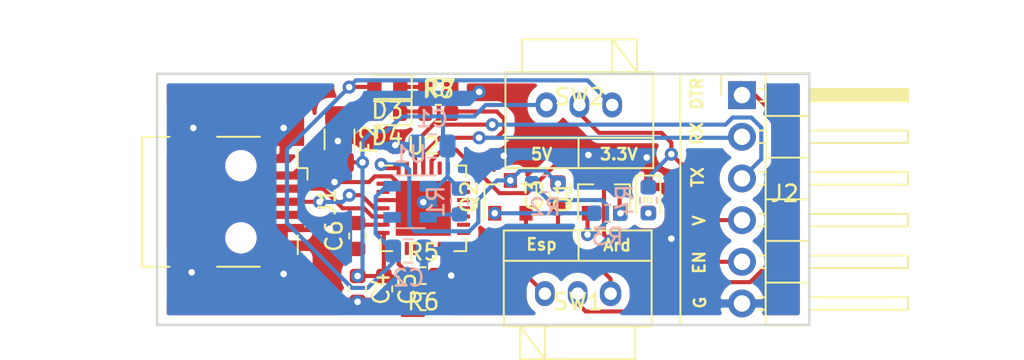
<source format=kicad_pcb>
(kicad_pcb (version 20171130) (host pcbnew "(5.1.6)-1")

  (general
    (thickness 1.6)
    (drawings 28)
    (tracks 211)
    (zones 0)
    (modules 26)
    (nets 46)
  )

  (page A4)
  (layers
    (0 F.Cu signal)
    (31 B.Cu signal)
    (32 B.Adhes user)
    (33 F.Adhes user)
    (34 B.Paste user)
    (35 F.Paste user)
    (36 B.SilkS user)
    (37 F.SilkS user)
    (38 B.Mask user)
    (39 F.Mask user)
    (40 Dwgs.User user)
    (41 Cmts.User user)
    (42 Eco1.User user)
    (43 Eco2.User user)
    (44 Edge.Cuts user)
    (45 Margin user)
    (46 B.CrtYd user)
    (47 F.CrtYd user)
    (48 B.Fab user)
    (49 F.Fab user)
  )

  (setup
    (last_trace_width 0.25)
    (trace_clearance 0.2)
    (zone_clearance 0.508)
    (zone_45_only no)
    (trace_min 0.2)
    (via_size 0.8)
    (via_drill 0.4)
    (via_min_size 0.4)
    (via_min_drill 0.3)
    (uvia_size 0.3)
    (uvia_drill 0.1)
    (uvias_allowed no)
    (uvia_min_size 0.2)
    (uvia_min_drill 0.1)
    (edge_width 0.05)
    (segment_width 0.2)
    (pcb_text_width 0.3)
    (pcb_text_size 1.5 1.5)
    (mod_edge_width 0.12)
    (mod_text_size 1 1)
    (mod_text_width 0.15)
    (pad_size 1.524 1.524)
    (pad_drill 0.762)
    (pad_to_mask_clearance 0.05)
    (aux_axis_origin 0 0)
    (visible_elements 7FFFFFFF)
    (pcbplotparams
      (layerselection 0x010fc_ffffffff)
      (usegerberextensions false)
      (usegerberattributes false)
      (usegerberadvancedattributes true)
      (creategerberjobfile false)
      (excludeedgelayer true)
      (linewidth 0.100000)
      (plotframeref false)
      (viasonmask false)
      (mode 1)
      (useauxorigin false)
      (hpglpennumber 1)
      (hpglpenspeed 20)
      (hpglpendiameter 15.000000)
      (psnegative false)
      (psa4output false)
      (plotreference false)
      (plotvalue false)
      (plotinvisibletext false)
      (padsonsilk false)
      (subtractmaskfromsilk false)
      (outputformat 1)
      (mirror false)
      (drillshape 0)
      (scaleselection 1)
      (outputdirectory "Fabrication/Gerber/"))
  )

  (net 0 "")
  (net 1 GND)
  (net 2 "Net-(C3-Pad1)")
  (net 3 /CP2102N-GQFN28/VDD)
  (net 4 "Net-(D1-Pad2)")
  (net 5 "Net-(D3-Pad1)")
  (net 6 "Net-(D4-Pad1)")
  (net 7 /CP2102N-GQFN28/VBUS)
  (net 8 /CP2102N-GQFN28/D-)
  (net 9 /CP2102N-GQFN28/D+)
  (net 10 "Net-(J1-Pad4)")
  (net 11 /DTR)
  (net 12 /RX)
  (net 13 /TX)
  (net 14 /EN)
  (net 15 /CP2102N-GQFN28/RST)
  (net 16 "Net-(Q1-Pad1)")
  (net 17 "Net-(Q2-Pad1)")
  (net 18 "Net-(R1-Pad2)")
  (net 19 "Net-(R5-Pad1)")
  (net 20 "Net-(U1-Pad4)")
  (net 21 "Net-(U2-Pad1)")
  (net 22 "Net-(U2-Pad2)")
  (net 23 "Net-(U2-Pad9)")
  (net 24 "Net-(U2-Pad10)")
  (net 25 "Net-(U2-Pad11)")
  (net 26 "Net-(U2-Pad12)")
  (net 27 "Net-(U2-Pad13)")
  (net 28 "Net-(U2-Pad14)")
  (net 29 "Net-(U2-Pad15)")
  (net 30 "Net-(U2-Pad16)")
  (net 31 "Net-(U2-Pad17)")
  (net 32 "Net-(U2-Pad18)")
  (net 33 "Net-(U2-Pad19)")
  (net 34 "Net-(U2-Pad20)")
  (net 35 "Net-(U2-Pad21)")
  (net 36 "Net-(U2-Pad22)")
  (net 37 /CP2102N-GQFN28/CTS)
  (net 38 "Net-(U2-Pad27)")
  (net 39 +3V3)
  (net 40 +5V)
  (net 41 /DTR_O)
  (net 42 VCC)
  (net 43 /RTS)
  (net 44 /ESP)
  (net 45 /RST)

  (net_class Default "This is the default net class."
    (clearance 0.2)
    (trace_width 0.25)
    (via_dia 0.8)
    (via_drill 0.4)
    (uvia_dia 0.3)
    (uvia_drill 0.1)
    (add_net +3V3)
    (add_net +5V)
    (add_net /CP2102N-GQFN28/CTS)
    (add_net /CP2102N-GQFN28/D+)
    (add_net /CP2102N-GQFN28/D-)
    (add_net /CP2102N-GQFN28/RST)
    (add_net /CP2102N-GQFN28/VBUS)
    (add_net /CP2102N-GQFN28/VDD)
    (add_net /DTR)
    (add_net /DTR_O)
    (add_net /EN)
    (add_net /ESP)
    (add_net /RST)
    (add_net /RTS)
    (add_net /RX)
    (add_net /TX)
    (add_net GND)
    (add_net "Net-(C3-Pad1)")
    (add_net "Net-(D1-Pad2)")
    (add_net "Net-(D3-Pad1)")
    (add_net "Net-(D4-Pad1)")
    (add_net "Net-(J1-Pad4)")
    (add_net "Net-(Q1-Pad1)")
    (add_net "Net-(Q2-Pad1)")
    (add_net "Net-(R1-Pad2)")
    (add_net "Net-(R5-Pad1)")
    (add_net "Net-(U1-Pad4)")
    (add_net "Net-(U2-Pad1)")
    (add_net "Net-(U2-Pad10)")
    (add_net "Net-(U2-Pad11)")
    (add_net "Net-(U2-Pad12)")
    (add_net "Net-(U2-Pad13)")
    (add_net "Net-(U2-Pad14)")
    (add_net "Net-(U2-Pad15)")
    (add_net "Net-(U2-Pad16)")
    (add_net "Net-(U2-Pad17)")
    (add_net "Net-(U2-Pad18)")
    (add_net "Net-(U2-Pad19)")
    (add_net "Net-(U2-Pad2)")
    (add_net "Net-(U2-Pad20)")
    (add_net "Net-(U2-Pad21)")
    (add_net "Net-(U2-Pad22)")
    (add_net "Net-(U2-Pad27)")
    (add_net "Net-(U2-Pad9)")
    (add_net VCC)
  )

  (module Capacitor_SMD:C_0805_2012Metric (layer B.Cu) (tedit 5B36C52B) (tstamp 6065260A)
    (at 132.0375 84.7 180)
    (descr "Capacitor SMD 0805 (2012 Metric), square (rectangular) end terminal, IPC_7351 nominal, (Body size source: https://docs.google.com/spreadsheets/d/1BsfQQcO9C6DZCsRaXUlFlo91Tg2WpOkGARC1WS5S8t0/edit?usp=sharing), generated with kicad-footprint-generator")
    (tags capacitor)
    (path /606A4FFF)
    (attr smd)
    (fp_text reference C1 (at 0 1.65) (layer B.SilkS)
      (effects (font (size 1 1) (thickness 0.15)) (justify mirror))
    )
    (fp_text value 10u (at 0 -1.65) (layer B.Fab)
      (effects (font (size 1 1) (thickness 0.15)) (justify mirror))
    )
    (fp_line (start -1 -0.6) (end -1 0.6) (layer B.Fab) (width 0.1))
    (fp_line (start -1 0.6) (end 1 0.6) (layer B.Fab) (width 0.1))
    (fp_line (start 1 0.6) (end 1 -0.6) (layer B.Fab) (width 0.1))
    (fp_line (start 1 -0.6) (end -1 -0.6) (layer B.Fab) (width 0.1))
    (fp_line (start -0.258578 0.71) (end 0.258578 0.71) (layer B.SilkS) (width 0.12))
    (fp_line (start -0.258578 -0.71) (end 0.258578 -0.71) (layer B.SilkS) (width 0.12))
    (fp_line (start -1.68 -0.95) (end -1.68 0.95) (layer B.CrtYd) (width 0.05))
    (fp_line (start -1.68 0.95) (end 1.68 0.95) (layer B.CrtYd) (width 0.05))
    (fp_line (start 1.68 0.95) (end 1.68 -0.95) (layer B.CrtYd) (width 0.05))
    (fp_line (start 1.68 -0.95) (end -1.68 -0.95) (layer B.CrtYd) (width 0.05))
    (fp_text user %R (at 0 0) (layer B.Fab)
      (effects (font (size 0.5 0.5) (thickness 0.08)) (justify mirror))
    )
    (pad 2 smd roundrect (at 0.9375 0 180) (size 0.975 1.4) (layers B.Cu B.Paste B.Mask) (roundrect_rratio 0.25)
      (net 1 GND))
    (pad 1 smd roundrect (at -0.9375 0 180) (size 0.975 1.4) (layers B.Cu B.Paste B.Mask) (roundrect_rratio 0.25)
      (net 40 +5V))
    (model ${KISYS3DMOD}/Capacitor_SMD.3dshapes/C_0805_2012Metric.wrl
      (at (xyz 0 0 0))
      (scale (xyz 1 1 1))
      (rotate (xyz 0 0 0))
    )
  )

  (module Capacitor_SMD:C_0805_2012Metric (layer B.Cu) (tedit 5B36C52B) (tstamp 6065261B)
    (at 130.6 91.1)
    (descr "Capacitor SMD 0805 (2012 Metric), square (rectangular) end terminal, IPC_7351 nominal, (Body size source: https://docs.google.com/spreadsheets/d/1BsfQQcO9C6DZCsRaXUlFlo91Tg2WpOkGARC1WS5S8t0/edit?usp=sharing), generated with kicad-footprint-generator")
    (tags capacitor)
    (path /606AC0EB)
    (attr smd)
    (fp_text reference C2 (at 0 1.65) (layer B.SilkS)
      (effects (font (size 1 1) (thickness 0.15)) (justify mirror))
    )
    (fp_text value 10u (at 0 -1.65) (layer B.Fab)
      (effects (font (size 1 1) (thickness 0.15)) (justify mirror))
    )
    (fp_line (start 1.68 -0.95) (end -1.68 -0.95) (layer B.CrtYd) (width 0.05))
    (fp_line (start 1.68 0.95) (end 1.68 -0.95) (layer B.CrtYd) (width 0.05))
    (fp_line (start -1.68 0.95) (end 1.68 0.95) (layer B.CrtYd) (width 0.05))
    (fp_line (start -1.68 -0.95) (end -1.68 0.95) (layer B.CrtYd) (width 0.05))
    (fp_line (start -0.258578 -0.71) (end 0.258578 -0.71) (layer B.SilkS) (width 0.12))
    (fp_line (start -0.258578 0.71) (end 0.258578 0.71) (layer B.SilkS) (width 0.12))
    (fp_line (start 1 -0.6) (end -1 -0.6) (layer B.Fab) (width 0.1))
    (fp_line (start 1 0.6) (end 1 -0.6) (layer B.Fab) (width 0.1))
    (fp_line (start -1 0.6) (end 1 0.6) (layer B.Fab) (width 0.1))
    (fp_line (start -1 -0.6) (end -1 0.6) (layer B.Fab) (width 0.1))
    (fp_text user %R (at 0 0) (layer B.Fab)
      (effects (font (size 0.5 0.5) (thickness 0.08)) (justify mirror))
    )
    (pad 1 smd roundrect (at -0.9375 0) (size 0.975 1.4) (layers B.Cu B.Paste B.Mask) (roundrect_rratio 0.25)
      (net 39 +3V3))
    (pad 2 smd roundrect (at 0.9375 0) (size 0.975 1.4) (layers B.Cu B.Paste B.Mask) (roundrect_rratio 0.25)
      (net 1 GND))
    (model ${KISYS3DMOD}/Capacitor_SMD.3dshapes/C_0805_2012Metric.wrl
      (at (xyz 0 0 0))
      (scale (xyz 1 1 1))
      (rotate (xyz 0 0 0))
    )
  )

  (module Capacitor_SMD:C_0603_1608Metric (layer F.Cu) (tedit 5B301BBE) (tstamp 6065262C)
    (at 139.7 87.7125 90)
    (descr "Capacitor SMD 0603 (1608 Metric), square (rectangular) end terminal, IPC_7351 nominal, (Body size source: http://www.tortai-tech.com/upload/download/2011102023233369053.pdf), generated with kicad-footprint-generator")
    (tags capacitor)
    (path /6068EFEB)
    (attr smd)
    (fp_text reference C3 (at 0 -1.43 90) (layer F.SilkS)
      (effects (font (size 1 1) (thickness 0.15)))
    )
    (fp_text value 100n (at 0 1.43 90) (layer F.Fab)
      (effects (font (size 1 1) (thickness 0.15)))
    )
    (fp_line (start -0.8 0.4) (end -0.8 -0.4) (layer F.Fab) (width 0.1))
    (fp_line (start -0.8 -0.4) (end 0.8 -0.4) (layer F.Fab) (width 0.1))
    (fp_line (start 0.8 -0.4) (end 0.8 0.4) (layer F.Fab) (width 0.1))
    (fp_line (start 0.8 0.4) (end -0.8 0.4) (layer F.Fab) (width 0.1))
    (fp_line (start -0.162779 -0.51) (end 0.162779 -0.51) (layer F.SilkS) (width 0.12))
    (fp_line (start -0.162779 0.51) (end 0.162779 0.51) (layer F.SilkS) (width 0.12))
    (fp_line (start -1.48 0.73) (end -1.48 -0.73) (layer F.CrtYd) (width 0.05))
    (fp_line (start -1.48 -0.73) (end 1.48 -0.73) (layer F.CrtYd) (width 0.05))
    (fp_line (start 1.48 -0.73) (end 1.48 0.73) (layer F.CrtYd) (width 0.05))
    (fp_line (start 1.48 0.73) (end -1.48 0.73) (layer F.CrtYd) (width 0.05))
    (fp_text user %R (at 0 0 90) (layer F.Fab)
      (effects (font (size 0.4 0.4) (thickness 0.06)))
    )
    (pad 2 smd roundrect (at 0.7875 0 90) (size 0.875 0.95) (layers F.Cu F.Paste F.Mask) (roundrect_rratio 0.25)
      (net 11 /DTR))
    (pad 1 smd roundrect (at -0.7875 0 90) (size 0.875 0.95) (layers F.Cu F.Paste F.Mask) (roundrect_rratio 0.25)
      (net 2 "Net-(C3-Pad1)"))
    (model ${KISYS3DMOD}/Capacitor_SMD.3dshapes/C_0603_1608Metric.wrl
      (at (xyz 0 0 0))
      (scale (xyz 1 1 1))
      (rotate (xyz 0 0 0))
    )
  )

  (module Capacitor_SMD:C_0603_1608Metric (layer F.Cu) (tedit 5B301BBE) (tstamp 6065263D)
    (at 127.5 93.4125 270)
    (descr "Capacitor SMD 0603 (1608 Metric), square (rectangular) end terminal, IPC_7351 nominal, (Body size source: http://www.tortai-tech.com/upload/download/2011102023233369053.pdf), generated with kicad-footprint-generator")
    (tags capacitor)
    (path /60655583/60205702)
    (attr smd)
    (fp_text reference C4 (at 0 -1.43 90) (layer F.SilkS)
      (effects (font (size 1 1) (thickness 0.15)))
    )
    (fp_text value 100n (at 0 1.43 90) (layer F.Fab)
      (effects (font (size 1 1) (thickness 0.15)))
    )
    (fp_line (start 1.48 0.73) (end -1.48 0.73) (layer F.CrtYd) (width 0.05))
    (fp_line (start 1.48 -0.73) (end 1.48 0.73) (layer F.CrtYd) (width 0.05))
    (fp_line (start -1.48 -0.73) (end 1.48 -0.73) (layer F.CrtYd) (width 0.05))
    (fp_line (start -1.48 0.73) (end -1.48 -0.73) (layer F.CrtYd) (width 0.05))
    (fp_line (start -0.162779 0.51) (end 0.162779 0.51) (layer F.SilkS) (width 0.12))
    (fp_line (start -0.162779 -0.51) (end 0.162779 -0.51) (layer F.SilkS) (width 0.12))
    (fp_line (start 0.8 0.4) (end -0.8 0.4) (layer F.Fab) (width 0.1))
    (fp_line (start 0.8 -0.4) (end 0.8 0.4) (layer F.Fab) (width 0.1))
    (fp_line (start -0.8 -0.4) (end 0.8 -0.4) (layer F.Fab) (width 0.1))
    (fp_line (start -0.8 0.4) (end -0.8 -0.4) (layer F.Fab) (width 0.1))
    (fp_text user %R (at 0 0 90) (layer F.Fab)
      (effects (font (size 0.4 0.4) (thickness 0.06)))
    )
    (pad 1 smd roundrect (at -0.7875 0 270) (size 0.875 0.95) (layers F.Cu F.Paste F.Mask) (roundrect_rratio 0.25)
      (net 40 +5V))
    (pad 2 smd roundrect (at 0.7875 0 270) (size 0.875 0.95) (layers F.Cu F.Paste F.Mask) (roundrect_rratio 0.25)
      (net 1 GND))
    (model ${KISYS3DMOD}/Capacitor_SMD.3dshapes/C_0603_1608Metric.wrl
      (at (xyz 0 0 0))
      (scale (xyz 1 1 1))
      (rotate (xyz 0 0 0))
    )
  )

  (module Capacitor_SMD:C_0603_1608Metric (layer F.Cu) (tedit 5B301BBE) (tstamp 6065264E)
    (at 129.1 93.4125 270)
    (descr "Capacitor SMD 0603 (1608 Metric), square (rectangular) end terminal, IPC_7351 nominal, (Body size source: http://www.tortai-tech.com/upload/download/2011102023233369053.pdf), generated with kicad-footprint-generator")
    (tags capacitor)
    (path /60655583/60205713)
    (attr smd)
    (fp_text reference C5 (at 0 -1.43 90) (layer F.SilkS)
      (effects (font (size 1 1) (thickness 0.15)))
    )
    (fp_text value 1u (at 0 1.43 90) (layer F.Fab)
      (effects (font (size 1 1) (thickness 0.15)))
    )
    (fp_line (start -0.8 0.4) (end -0.8 -0.4) (layer F.Fab) (width 0.1))
    (fp_line (start -0.8 -0.4) (end 0.8 -0.4) (layer F.Fab) (width 0.1))
    (fp_line (start 0.8 -0.4) (end 0.8 0.4) (layer F.Fab) (width 0.1))
    (fp_line (start 0.8 0.4) (end -0.8 0.4) (layer F.Fab) (width 0.1))
    (fp_line (start -0.162779 -0.51) (end 0.162779 -0.51) (layer F.SilkS) (width 0.12))
    (fp_line (start -0.162779 0.51) (end 0.162779 0.51) (layer F.SilkS) (width 0.12))
    (fp_line (start -1.48 0.73) (end -1.48 -0.73) (layer F.CrtYd) (width 0.05))
    (fp_line (start -1.48 -0.73) (end 1.48 -0.73) (layer F.CrtYd) (width 0.05))
    (fp_line (start 1.48 -0.73) (end 1.48 0.73) (layer F.CrtYd) (width 0.05))
    (fp_line (start 1.48 0.73) (end -1.48 0.73) (layer F.CrtYd) (width 0.05))
    (fp_text user %R (at 0 0 90) (layer F.Fab)
      (effects (font (size 0.4 0.4) (thickness 0.06)))
    )
    (pad 2 smd roundrect (at 0.7875 0 270) (size 0.875 0.95) (layers F.Cu F.Paste F.Mask) (roundrect_rratio 0.25)
      (net 1 GND))
    (pad 1 smd roundrect (at -0.7875 0 270) (size 0.875 0.95) (layers F.Cu F.Paste F.Mask) (roundrect_rratio 0.25)
      (net 40 +5V))
    (model ${KISYS3DMOD}/Capacitor_SMD.3dshapes/C_0603_1608Metric.wrl
      (at (xyz 0 0 0))
      (scale (xyz 1 1 1))
      (rotate (xyz 0 0 0))
    )
  )

  (module Capacitor_SMD:C_0603_1608Metric (layer F.Cu) (tedit 5B301BBE) (tstamp 6065265F)
    (at 127.5 90.1875 90)
    (descr "Capacitor SMD 0603 (1608 Metric), square (rectangular) end terminal, IPC_7351 nominal, (Body size source: http://www.tortai-tech.com/upload/download/2011102023233369053.pdf), generated with kicad-footprint-generator")
    (tags capacitor)
    (path /60655583/6020571C)
    (attr smd)
    (fp_text reference C6 (at 0 -1.43 90) (layer F.SilkS)
      (effects (font (size 1 1) (thickness 0.15)))
    )
    (fp_text value 100n (at 0 1.43 90) (layer F.Fab)
      (effects (font (size 1 1) (thickness 0.15)))
    )
    (fp_line (start 1.48 0.73) (end -1.48 0.73) (layer F.CrtYd) (width 0.05))
    (fp_line (start 1.48 -0.73) (end 1.48 0.73) (layer F.CrtYd) (width 0.05))
    (fp_line (start -1.48 -0.73) (end 1.48 -0.73) (layer F.CrtYd) (width 0.05))
    (fp_line (start -1.48 0.73) (end -1.48 -0.73) (layer F.CrtYd) (width 0.05))
    (fp_line (start -0.162779 0.51) (end 0.162779 0.51) (layer F.SilkS) (width 0.12))
    (fp_line (start -0.162779 -0.51) (end 0.162779 -0.51) (layer F.SilkS) (width 0.12))
    (fp_line (start 0.8 0.4) (end -0.8 0.4) (layer F.Fab) (width 0.1))
    (fp_line (start 0.8 -0.4) (end 0.8 0.4) (layer F.Fab) (width 0.1))
    (fp_line (start -0.8 -0.4) (end 0.8 -0.4) (layer F.Fab) (width 0.1))
    (fp_line (start -0.8 0.4) (end -0.8 -0.4) (layer F.Fab) (width 0.1))
    (fp_text user %R (at 0 0 90) (layer F.Fab)
      (effects (font (size 0.4 0.4) (thickness 0.06)))
    )
    (pad 1 smd roundrect (at -0.7875 0 90) (size 0.875 0.95) (layers F.Cu F.Paste F.Mask) (roundrect_rratio 0.25)
      (net 1 GND))
    (pad 2 smd roundrect (at 0.7875 0 90) (size 0.875 0.95) (layers F.Cu F.Paste F.Mask) (roundrect_rratio 0.25)
      (net 3 /CP2102N-GQFN28/VDD))
    (model ${KISYS3DMOD}/Capacitor_SMD.3dshapes/C_0603_1608Metric.wrl
      (at (xyz 0 0 0))
      (scale (xyz 1 1 1))
      (rotate (xyz 0 0 0))
    )
  )

  (module LED_SMD:LED_0603_1608Metric (layer F.Cu) (tedit 5B301BBE) (tstamp 60652672)
    (at 145.2 87.9875 270)
    (descr "LED SMD 0603 (1608 Metric), square (rectangular) end terminal, IPC_7351 nominal, (Body size source: http://www.tortai-tech.com/upload/download/2011102023233369053.pdf), generated with kicad-footprint-generator")
    (tags diode)
    (path /606B93E7)
    (attr smd)
    (fp_text reference D1 (at 0 0 180) (layer F.SilkS)
      (effects (font (size 0.3 0.3) (thickness 0.075)))
    )
    (fp_text value R (at 0 1.43 90) (layer F.Fab)
      (effects (font (size 1 1) (thickness 0.15)))
    )
    (fp_line (start 0.8 -0.4) (end -0.5 -0.4) (layer F.Fab) (width 0.1))
    (fp_line (start -0.5 -0.4) (end -0.8 -0.1) (layer F.Fab) (width 0.1))
    (fp_line (start -0.8 -0.1) (end -0.8 0.4) (layer F.Fab) (width 0.1))
    (fp_line (start -0.8 0.4) (end 0.8 0.4) (layer F.Fab) (width 0.1))
    (fp_line (start 0.8 0.4) (end 0.8 -0.4) (layer F.Fab) (width 0.1))
    (fp_line (start 0.8 -0.735) (end -1.485 -0.735) (layer F.SilkS) (width 0.12))
    (fp_line (start -1.485 -0.735) (end -1.485 0.735) (layer F.SilkS) (width 0.12))
    (fp_line (start -1.485 0.735) (end 0.8 0.735) (layer F.SilkS) (width 0.12))
    (fp_line (start -1.48 0.73) (end -1.48 -0.73) (layer F.CrtYd) (width 0.05))
    (fp_line (start -1.48 -0.73) (end 1.48 -0.73) (layer F.CrtYd) (width 0.05))
    (fp_line (start 1.48 -0.73) (end 1.48 0.73) (layer F.CrtYd) (width 0.05))
    (fp_line (start 1.48 0.73) (end -1.48 0.73) (layer F.CrtYd) (width 0.05))
    (fp_text user %R (at 0 0 90) (layer F.Fab)
      (effects (font (size 0.4 0.4) (thickness 0.06)))
    )
    (pad 2 smd roundrect (at 0.7875 0 270) (size 0.875 0.95) (layers F.Cu F.Paste F.Mask) (roundrect_rratio 0.25)
      (net 4 "Net-(D1-Pad2)"))
    (pad 1 smd roundrect (at -0.7875 0 270) (size 0.875 0.95) (layers F.Cu F.Paste F.Mask) (roundrect_rratio 0.25)
      (net 1 GND))
    (model ${KISYS3DMOD}/LED_SMD.3dshapes/LED_0603_1608Metric.wrl
      (at (xyz 0 0 0))
      (scale (xyz 1 1 1))
      (rotate (xyz 0 0 0))
    )
  )

  (module LED_SMD:LED_0603_1608Metric (layer F.Cu) (tedit 5B301BBE) (tstamp 60652698)
    (at 129.3125 81.1 180)
    (descr "LED SMD 0603 (1608 Metric), square (rectangular) end terminal, IPC_7351 nominal, (Body size source: http://www.tortai-tech.com/upload/download/2011102023233369053.pdf), generated with kicad-footprint-generator")
    (tags diode)
    (path /60655583/60663285)
    (attr smd)
    (fp_text reference D3 (at 0 -1.43) (layer F.SilkS)
      (effects (font (size 1 1) (thickness 0.15)))
    )
    (fp_text value B (at 0 0) (layer F.Fab)
      (effects (font (size 1 1) (thickness 0.15)))
    )
    (fp_line (start 1.48 0.73) (end -1.48 0.73) (layer F.CrtYd) (width 0.05))
    (fp_line (start 1.48 -0.73) (end 1.48 0.73) (layer F.CrtYd) (width 0.05))
    (fp_line (start -1.48 -0.73) (end 1.48 -0.73) (layer F.CrtYd) (width 0.05))
    (fp_line (start -1.48 0.73) (end -1.48 -0.73) (layer F.CrtYd) (width 0.05))
    (fp_line (start -1.485 0.735) (end 0.8 0.735) (layer F.SilkS) (width 0.12))
    (fp_line (start -1.485 -0.735) (end -1.485 0.735) (layer F.SilkS) (width 0.12))
    (fp_line (start 0.8 -0.735) (end -1.485 -0.735) (layer F.SilkS) (width 0.12))
    (fp_line (start 0.8 0.4) (end 0.8 -0.4) (layer F.Fab) (width 0.1))
    (fp_line (start -0.8 0.4) (end 0.8 0.4) (layer F.Fab) (width 0.1))
    (fp_line (start -0.8 -0.1) (end -0.8 0.4) (layer F.Fab) (width 0.1))
    (fp_line (start -0.5 -0.4) (end -0.8 -0.1) (layer F.Fab) (width 0.1))
    (fp_line (start 0.8 -0.4) (end -0.5 -0.4) (layer F.Fab) (width 0.1))
    (fp_text user %R (at 0 0) (layer F.Fab)
      (effects (font (size 0.4 0.4) (thickness 0.06)))
    )
    (pad 1 smd roundrect (at -0.7875 0 180) (size 0.875 0.95) (layers F.Cu F.Paste F.Mask) (roundrect_rratio 0.25)
      (net 5 "Net-(D3-Pad1)"))
    (pad 2 smd roundrect (at 0.7875 0 180) (size 0.875 0.95) (layers F.Cu F.Paste F.Mask) (roundrect_rratio 0.25)
      (net 39 +3V3))
    (model ${KISYS3DMOD}/LED_SMD.3dshapes/LED_0603_1608Metric.wrl
      (at (xyz 0 0 0))
      (scale (xyz 1 1 1))
      (rotate (xyz 0 0 0))
    )
  )

  (module LED_SMD:LED_0603_1608Metric (layer F.Cu) (tedit 5B301BBE) (tstamp 606526AB)
    (at 129.3 82.7 180)
    (descr "LED SMD 0603 (1608 Metric), square (rectangular) end terminal, IPC_7351 nominal, (Body size source: http://www.tortai-tech.com/upload/download/2011102023233369053.pdf), generated with kicad-footprint-generator")
    (tags diode)
    (path /60655583/6066450A)
    (attr smd)
    (fp_text reference D4 (at 0 -1.43) (layer F.SilkS)
      (effects (font (size 1 1) (thickness 0.15)))
    )
    (fp_text value B (at 0 1.43) (layer F.Fab)
      (effects (font (size 1 1) (thickness 0.15)))
    )
    (fp_line (start 0.8 -0.4) (end -0.5 -0.4) (layer F.Fab) (width 0.1))
    (fp_line (start -0.5 -0.4) (end -0.8 -0.1) (layer F.Fab) (width 0.1))
    (fp_line (start -0.8 -0.1) (end -0.8 0.4) (layer F.Fab) (width 0.1))
    (fp_line (start -0.8 0.4) (end 0.8 0.4) (layer F.Fab) (width 0.1))
    (fp_line (start 0.8 0.4) (end 0.8 -0.4) (layer F.Fab) (width 0.1))
    (fp_line (start 0.8 -0.735) (end -1.485 -0.735) (layer F.SilkS) (width 0.12))
    (fp_line (start -1.485 -0.735) (end -1.485 0.735) (layer F.SilkS) (width 0.12))
    (fp_line (start -1.485 0.735) (end 0.8 0.735) (layer F.SilkS) (width 0.12))
    (fp_line (start -1.48 0.73) (end -1.48 -0.73) (layer F.CrtYd) (width 0.05))
    (fp_line (start -1.48 -0.73) (end 1.48 -0.73) (layer F.CrtYd) (width 0.05))
    (fp_line (start 1.48 -0.73) (end 1.48 0.73) (layer F.CrtYd) (width 0.05))
    (fp_line (start 1.48 0.73) (end -1.48 0.73) (layer F.CrtYd) (width 0.05))
    (fp_text user %R (at 0 0) (layer F.Fab)
      (effects (font (size 0.4 0.4) (thickness 0.06)))
    )
    (pad 2 smd roundrect (at 0.7875 0 180) (size 0.875 0.95) (layers F.Cu F.Paste F.Mask) (roundrect_rratio 0.25)
      (net 39 +3V3))
    (pad 1 smd roundrect (at -0.7875 0 180) (size 0.875 0.95) (layers F.Cu F.Paste F.Mask) (roundrect_rratio 0.25)
      (net 6 "Net-(D4-Pad1)"))
    (model ${KISYS3DMOD}/LED_SMD.3dshapes/LED_0603_1608Metric.wrl
      (at (xyz 0 0 0))
      (scale (xyz 1 1 1))
      (rotate (xyz 0 0 0))
    )
  )

  (module Connector_USB:USB_Mini-B_Wuerth_65100516121_Horizontal (layer F.Cu) (tedit 5D90ED94) (tstamp 606526FD)
    (at 120.4 88.1 270)
    (descr "Mini USB 2.0 Type B SMT Horizontal 5 Contacts (https://katalog.we-online.de/em/datasheet/65100516121.pdf)")
    (tags "Mini USB 2.0 Type B")
    (path /606568C1)
    (attr smd)
    (fp_text reference J1 (at 0 -5.25 90) (layer F.SilkS)
      (effects (font (size 1 1) (thickness 0.15)))
    )
    (fp_text value USB_B_Mini (at 0.2 5.1 90) (layer F.Fab)
      (effects (font (size 1 1) (thickness 0.15)))
    )
    (fp_line (start -5.89 4.65) (end -5.9 1.15) (layer F.CrtYd) (width 0.05))
    (fp_line (start -4.35 -0.85) (end -5.9 -0.85) (layer F.CrtYd) (width 0.05))
    (fp_line (start -5.9 1.15) (end -4.35 1.15) (layer F.CrtYd) (width 0.05))
    (fp_line (start -4.35 4.65) (end -5.89 4.65) (layer F.CrtYd) (width 0.05))
    (fp_line (start 5.9 1.15) (end 5.9 4.65) (layer F.CrtYd) (width 0.05))
    (fp_line (start 5.9 -0.85) (end 4.35 -0.85) (layer F.CrtYd) (width 0.05))
    (fp_line (start 4.35 1.15) (end 5.9 1.15) (layer F.CrtYd) (width 0.05))
    (fp_line (start 5.9 4.65) (end 4.35 4.65) (layer F.CrtYd) (width 0.05))
    (fp_line (start 4.35 -0.85) (end 4.35 1.15) (layer F.CrtYd) (width 0.05))
    (fp_line (start -4.35 1.15) (end -4.35 -0.85) (layer F.CrtYd) (width 0.05))
    (fp_line (start 4.35 4.65) (end 4.35 6.4) (layer F.CrtYd) (width 0.05))
    (fp_line (start -4.35 6.4) (end -4.35 4.65) (layer F.CrtYd) (width 0.05))
    (fp_line (start -1.3 -3.35) (end 3.85 -3.35) (layer F.Fab) (width 0.1))
    (fp_line (start -1.6 -2.85) (end -1.3 -3.35) (layer F.Fab) (width 0.1))
    (fp_line (start -1.9 -3.35) (end -1.6 -2.85) (layer F.Fab) (width 0.1))
    (fp_line (start 4.35 6.4) (end -4.35 6.4) (layer F.CrtYd) (width 0.05))
    (fp_line (start 5.9 -4.35) (end 5.9 -0.85) (layer F.CrtYd) (width 0.05))
    (fp_line (start -5.9 -4.35) (end 5.9 -4.35) (layer F.CrtYd) (width 0.05))
    (fp_line (start -5.9 -0.85) (end -5.9 -4.35) (layer F.CrtYd) (width 0.05))
    (fp_line (start 3.96 6.01) (end 3.96 4.35) (layer F.SilkS) (width 0.12))
    (fp_line (start -3.96 6.01) (end 3.96 6.01) (layer F.SilkS) (width 0.12))
    (fp_line (start -3.96 4.35) (end -3.96 6.01) (layer F.SilkS) (width 0.12))
    (fp_line (start 2.05 -3.46) (end 3.2 -3.46) (layer F.SilkS) (width 0.12))
    (fp_line (start -2.05 -4.05) (end -1.35 -4.05) (layer F.SilkS) (width 0.12))
    (fp_line (start -2.05 -3.46) (end -2.05 -4.05) (layer F.SilkS) (width 0.12))
    (fp_line (start -3.2 -3.46) (end -2.05 -3.46) (layer F.SilkS) (width 0.12))
    (fp_line (start 3.96 -1.15) (end 3.96 1.45) (layer F.SilkS) (width 0.12))
    (fp_line (start -3.96 1.45) (end -3.96 -1.15) (layer F.SilkS) (width 0.12))
    (fp_line (start -3.85 5.9) (end -3.85 -3.35) (layer F.Fab) (width 0.1))
    (fp_line (start 3.85 5.9) (end -3.85 5.9) (layer F.Fab) (width 0.1))
    (fp_line (start 3.85 -3.35) (end 3.85 5.9) (layer F.Fab) (width 0.1))
    (fp_line (start -3.85 -3.35) (end -1.9 -3.35) (layer F.Fab) (width 0.1))
    (fp_text user %R (at 0 0 90) (layer F.Fab)
      (effects (font (size 1 1) (thickness 0.15)))
    )
    (pad 6 smd rect (at -4.4 2.9 270) (size 2 2.5) (layers F.Cu F.Paste F.Mask)
      (net 1 GND))
    (pad 6 smd rect (at 4.4 2.9 270) (size 2 2.5) (layers F.Cu F.Paste F.Mask)
      (net 1 GND))
    (pad 6 smd rect (at -4.4 -2.6 270) (size 2 2.5) (layers F.Cu F.Paste F.Mask)
      (net 1 GND))
    (pad 6 smd rect (at 4.4 -2.6 270) (size 2 2.5) (layers F.Cu F.Paste F.Mask)
      (net 1 GND))
    (pad 1 smd rect (at -1.6 -2.6 270) (size 0.5 2.5) (layers F.Cu F.Paste F.Mask)
      (net 7 /CP2102N-GQFN28/VBUS))
    (pad 2 smd rect (at -0.8 -2.6 270) (size 0.5 2.5) (layers F.Cu F.Paste F.Mask)
      (net 8 /CP2102N-GQFN28/D-))
    (pad 3 smd rect (at 0 -2.6 270) (size 0.5 2.5) (layers F.Cu F.Paste F.Mask)
      (net 9 /CP2102N-GQFN28/D+))
    (pad 4 smd rect (at 0.8 -2.6 270) (size 0.5 2.5) (layers F.Cu F.Paste F.Mask)
      (net 10 "Net-(J1-Pad4)"))
    (pad 5 smd rect (at 1.6 -2.6 270) (size 0.5 2.5) (layers F.Cu F.Paste F.Mask)
      (net 1 GND))
    (pad "" np_thru_hole circle (at -2.2 0 270) (size 0.9 0.9) (drill 0.9) (layers *.Cu *.Mask))
    (pad "" np_thru_hole circle (at 2.2 0 270) (size 0.9 0.9) (drill 0.9) (layers *.Cu *.Mask))
    (model ${KISYS3DMOD}/Connector_USB.3dshapes/USB_Mini-B_Wuerth_65100516121_Horizontal.wrl
      (at (xyz 0 0 0))
      (scale (xyz 1 1 1))
      (rotate (xyz 0 0 0))
    )
  )

  (module Connector_PinHeader_2.54mm:PinHeader_1x06_P2.54mm_Horizontal (layer F.Cu) (tedit 59FED5CB) (tstamp 60652764)
    (at 150.9 81.6)
    (descr "Through hole angled pin header, 1x06, 2.54mm pitch, 6mm pin length, single row")
    (tags "Through hole angled pin header THT 1x06 2.54mm single row")
    (path /60693D86)
    (fp_text reference J2 (at 2.6 6) (layer F.SilkS)
      (effects (font (size 1 1) (thickness 0.15)))
    )
    (fp_text value con (at 4.385 14.97) (layer F.Fab)
      (effects (font (size 1 1) (thickness 0.15)))
    )
    (fp_line (start 10.55 -1.8) (end -1.8 -1.8) (layer F.CrtYd) (width 0.05))
    (fp_line (start 10.55 14.5) (end 10.55 -1.8) (layer F.CrtYd) (width 0.05))
    (fp_line (start -1.8 14.5) (end 10.55 14.5) (layer F.CrtYd) (width 0.05))
    (fp_line (start -1.8 -1.8) (end -1.8 14.5) (layer F.CrtYd) (width 0.05))
    (fp_line (start -1.27 -1.27) (end 0 -1.27) (layer F.SilkS) (width 0.12))
    (fp_line (start -1.27 0) (end -1.27 -1.27) (layer F.SilkS) (width 0.12))
    (fp_line (start 1.042929 13.08) (end 1.44 13.08) (layer F.SilkS) (width 0.12))
    (fp_line (start 1.042929 12.32) (end 1.44 12.32) (layer F.SilkS) (width 0.12))
    (fp_line (start 10.1 13.08) (end 4.1 13.08) (layer F.SilkS) (width 0.12))
    (fp_line (start 10.1 12.32) (end 10.1 13.08) (layer F.SilkS) (width 0.12))
    (fp_line (start 4.1 12.32) (end 10.1 12.32) (layer F.SilkS) (width 0.12))
    (fp_line (start 1.44 11.43) (end 4.1 11.43) (layer F.SilkS) (width 0.12))
    (fp_line (start 1.042929 10.54) (end 1.44 10.54) (layer F.SilkS) (width 0.12))
    (fp_line (start 1.042929 9.78) (end 1.44 9.78) (layer F.SilkS) (width 0.12))
    (fp_line (start 10.1 10.54) (end 4.1 10.54) (layer F.SilkS) (width 0.12))
    (fp_line (start 10.1 9.78) (end 10.1 10.54) (layer F.SilkS) (width 0.12))
    (fp_line (start 4.1 9.78) (end 10.1 9.78) (layer F.SilkS) (width 0.12))
    (fp_line (start 1.44 8.89) (end 4.1 8.89) (layer F.SilkS) (width 0.12))
    (fp_line (start 1.042929 8) (end 1.44 8) (layer F.SilkS) (width 0.12))
    (fp_line (start 1.042929 7.24) (end 1.44 7.24) (layer F.SilkS) (width 0.12))
    (fp_line (start 10.1 8) (end 4.1 8) (layer F.SilkS) (width 0.12))
    (fp_line (start 10.1 7.24) (end 10.1 8) (layer F.SilkS) (width 0.12))
    (fp_line (start 4.1 7.24) (end 10.1 7.24) (layer F.SilkS) (width 0.12))
    (fp_line (start 1.44 6.35) (end 4.1 6.35) (layer F.SilkS) (width 0.12))
    (fp_line (start 1.042929 5.46) (end 1.44 5.46) (layer F.SilkS) (width 0.12))
    (fp_line (start 1.042929 4.7) (end 1.44 4.7) (layer F.SilkS) (width 0.12))
    (fp_line (start 10.1 5.46) (end 4.1 5.46) (layer F.SilkS) (width 0.12))
    (fp_line (start 10.1 4.7) (end 10.1 5.46) (layer F.SilkS) (width 0.12))
    (fp_line (start 4.1 4.7) (end 10.1 4.7) (layer F.SilkS) (width 0.12))
    (fp_line (start 1.44 3.81) (end 4.1 3.81) (layer F.SilkS) (width 0.12))
    (fp_line (start 1.042929 2.92) (end 1.44 2.92) (layer F.SilkS) (width 0.12))
    (fp_line (start 1.042929 2.16) (end 1.44 2.16) (layer F.SilkS) (width 0.12))
    (fp_line (start 10.1 2.92) (end 4.1 2.92) (layer F.SilkS) (width 0.12))
    (fp_line (start 10.1 2.16) (end 10.1 2.92) (layer F.SilkS) (width 0.12))
    (fp_line (start 4.1 2.16) (end 10.1 2.16) (layer F.SilkS) (width 0.12))
    (fp_line (start 1.44 1.27) (end 4.1 1.27) (layer F.SilkS) (width 0.12))
    (fp_line (start 1.11 0.38) (end 1.44 0.38) (layer F.SilkS) (width 0.12))
    (fp_line (start 1.11 -0.38) (end 1.44 -0.38) (layer F.SilkS) (width 0.12))
    (fp_line (start 4.1 0.28) (end 10.1 0.28) (layer F.SilkS) (width 0.12))
    (fp_line (start 4.1 0.16) (end 10.1 0.16) (layer F.SilkS) (width 0.12))
    (fp_line (start 4.1 0.04) (end 10.1 0.04) (layer F.SilkS) (width 0.12))
    (fp_line (start 4.1 -0.08) (end 10.1 -0.08) (layer F.SilkS) (width 0.12))
    (fp_line (start 4.1 -0.2) (end 10.1 -0.2) (layer F.SilkS) (width 0.12))
    (fp_line (start 4.1 -0.32) (end 10.1 -0.32) (layer F.SilkS) (width 0.12))
    (fp_line (start 10.1 0.38) (end 4.1 0.38) (layer F.SilkS) (width 0.12))
    (fp_line (start 10.1 -0.38) (end 10.1 0.38) (layer F.SilkS) (width 0.12))
    (fp_line (start 4.1 -0.38) (end 10.1 -0.38) (layer F.SilkS) (width 0.12))
    (fp_line (start 4.1 -1.33) (end 1.44 -1.33) (layer F.SilkS) (width 0.12))
    (fp_line (start 4.1 14.03) (end 4.1 -1.33) (layer F.SilkS) (width 0.12))
    (fp_line (start 1.44 14.03) (end 4.1 14.03) (layer F.SilkS) (width 0.12))
    (fp_line (start 1.44 -1.33) (end 1.44 14.03) (layer F.SilkS) (width 0.12))
    (fp_line (start 4.04 13.02) (end 10.04 13.02) (layer F.Fab) (width 0.1))
    (fp_line (start 10.04 12.38) (end 10.04 13.02) (layer F.Fab) (width 0.1))
    (fp_line (start 4.04 12.38) (end 10.04 12.38) (layer F.Fab) (width 0.1))
    (fp_line (start -0.32 13.02) (end 1.5 13.02) (layer F.Fab) (width 0.1))
    (fp_line (start -0.32 12.38) (end -0.32 13.02) (layer F.Fab) (width 0.1))
    (fp_line (start -0.32 12.38) (end 1.5 12.38) (layer F.Fab) (width 0.1))
    (fp_line (start 4.04 10.48) (end 10.04 10.48) (layer F.Fab) (width 0.1))
    (fp_line (start 10.04 9.84) (end 10.04 10.48) (layer F.Fab) (width 0.1))
    (fp_line (start 4.04 9.84) (end 10.04 9.84) (layer F.Fab) (width 0.1))
    (fp_line (start -0.32 10.48) (end 1.5 10.48) (layer F.Fab) (width 0.1))
    (fp_line (start -0.32 9.84) (end -0.32 10.48) (layer F.Fab) (width 0.1))
    (fp_line (start -0.32 9.84) (end 1.5 9.84) (layer F.Fab) (width 0.1))
    (fp_line (start 4.04 7.94) (end 10.04 7.94) (layer F.Fab) (width 0.1))
    (fp_line (start 10.04 7.3) (end 10.04 7.94) (layer F.Fab) (width 0.1))
    (fp_line (start 4.04 7.3) (end 10.04 7.3) (layer F.Fab) (width 0.1))
    (fp_line (start -0.32 7.94) (end 1.5 7.94) (layer F.Fab) (width 0.1))
    (fp_line (start -0.32 7.3) (end -0.32 7.94) (layer F.Fab) (width 0.1))
    (fp_line (start -0.32 7.3) (end 1.5 7.3) (layer F.Fab) (width 0.1))
    (fp_line (start 4.04 5.4) (end 10.04 5.4) (layer F.Fab) (width 0.1))
    (fp_line (start 10.04 4.76) (end 10.04 5.4) (layer F.Fab) (width 0.1))
    (fp_line (start 4.04 4.76) (end 10.04 4.76) (layer F.Fab) (width 0.1))
    (fp_line (start -0.32 5.4) (end 1.5 5.4) (layer F.Fab) (width 0.1))
    (fp_line (start -0.32 4.76) (end -0.32 5.4) (layer F.Fab) (width 0.1))
    (fp_line (start -0.32 4.76) (end 1.5 4.76) (layer F.Fab) (width 0.1))
    (fp_line (start 4.04 2.86) (end 10.04 2.86) (layer F.Fab) (width 0.1))
    (fp_line (start 10.04 2.22) (end 10.04 2.86) (layer F.Fab) (width 0.1))
    (fp_line (start 4.04 2.22) (end 10.04 2.22) (layer F.Fab) (width 0.1))
    (fp_line (start -0.32 2.86) (end 1.5 2.86) (layer F.Fab) (width 0.1))
    (fp_line (start -0.32 2.22) (end -0.32 2.86) (layer F.Fab) (width 0.1))
    (fp_line (start -0.32 2.22) (end 1.5 2.22) (layer F.Fab) (width 0.1))
    (fp_line (start 4.04 0.32) (end 10.04 0.32) (layer F.Fab) (width 0.1))
    (fp_line (start 10.04 -0.32) (end 10.04 0.32) (layer F.Fab) (width 0.1))
    (fp_line (start 4.04 -0.32) (end 10.04 -0.32) (layer F.Fab) (width 0.1))
    (fp_line (start -0.32 0.32) (end 1.5 0.32) (layer F.Fab) (width 0.1))
    (fp_line (start -0.32 -0.32) (end -0.32 0.32) (layer F.Fab) (width 0.1))
    (fp_line (start -0.32 -0.32) (end 1.5 -0.32) (layer F.Fab) (width 0.1))
    (fp_line (start 1.5 -0.635) (end 2.135 -1.27) (layer F.Fab) (width 0.1))
    (fp_line (start 1.5 13.97) (end 1.5 -0.635) (layer F.Fab) (width 0.1))
    (fp_line (start 4.04 13.97) (end 1.5 13.97) (layer F.Fab) (width 0.1))
    (fp_line (start 4.04 -1.27) (end 4.04 13.97) (layer F.Fab) (width 0.1))
    (fp_line (start 2.135 -1.27) (end 4.04 -1.27) (layer F.Fab) (width 0.1))
    (fp_text user %R (at 2.77 6.35 90) (layer F.Fab)
      (effects (font (size 1 1) (thickness 0.15)))
    )
    (pad 1 thru_hole rect (at 0 0) (size 1.7 1.7) (drill 1) (layers *.Cu *.Mask)
      (net 41 /DTR_O))
    (pad 2 thru_hole oval (at 0 2.54) (size 1.7 1.7) (drill 1) (layers *.Cu *.Mask)
      (net 12 /RX))
    (pad 3 thru_hole oval (at 0 5.08) (size 1.7 1.7) (drill 1) (layers *.Cu *.Mask)
      (net 13 /TX))
    (pad 4 thru_hole oval (at 0 7.62) (size 1.7 1.7) (drill 1) (layers *.Cu *.Mask)
      (net 42 VCC))
    (pad 5 thru_hole oval (at 0 10.16) (size 1.7 1.7) (drill 1) (layers *.Cu *.Mask)
      (net 14 /EN))
    (pad 6 thru_hole oval (at 0 12.7) (size 1.7 1.7) (drill 1) (layers *.Cu *.Mask)
      (net 1 GND))
    (model ${KISYS3DMOD}/Connector_PinHeader_2.54mm.3dshapes/PinHeader_1x06_P2.54mm_Horizontal.wrl
      (at (xyz 0 0 0))
      (scale (xyz 1 1 1))
      (rotate (xyz 0 0 0))
    )
  )

  (module Package_TO_SOT_SMD:SOT-23 (layer F.Cu) (tedit 5A02FF57) (tstamp 60652779)
    (at 142.5 87.8 90)
    (descr "SOT-23, Standard")
    (tags SOT-23)
    (path /6065C70C)
    (attr smd)
    (fp_text reference Q1 (at 0 -2.5 90) (layer F.SilkS)
      (effects (font (size 1 1) (thickness 0.15)))
    )
    (fp_text value BSS138 (at 0 2.5 90) (layer F.Fab)
      (effects (font (size 1 1) (thickness 0.15)))
    )
    (fp_line (start -0.7 -0.95) (end -0.7 1.5) (layer F.Fab) (width 0.1))
    (fp_line (start -0.15 -1.52) (end 0.7 -1.52) (layer F.Fab) (width 0.1))
    (fp_line (start -0.7 -0.95) (end -0.15 -1.52) (layer F.Fab) (width 0.1))
    (fp_line (start 0.7 -1.52) (end 0.7 1.52) (layer F.Fab) (width 0.1))
    (fp_line (start -0.7 1.52) (end 0.7 1.52) (layer F.Fab) (width 0.1))
    (fp_line (start 0.76 1.58) (end 0.76 0.65) (layer F.SilkS) (width 0.12))
    (fp_line (start 0.76 -1.58) (end 0.76 -0.65) (layer F.SilkS) (width 0.12))
    (fp_line (start -1.7 -1.75) (end 1.7 -1.75) (layer F.CrtYd) (width 0.05))
    (fp_line (start 1.7 -1.75) (end 1.7 1.75) (layer F.CrtYd) (width 0.05))
    (fp_line (start 1.7 1.75) (end -1.7 1.75) (layer F.CrtYd) (width 0.05))
    (fp_line (start -1.7 1.75) (end -1.7 -1.75) (layer F.CrtYd) (width 0.05))
    (fp_line (start 0.76 -1.58) (end -1.4 -1.58) (layer F.SilkS) (width 0.12))
    (fp_line (start 0.76 1.58) (end -0.7 1.58) (layer F.SilkS) (width 0.12))
    (fp_text user %R (at 0 0) (layer F.Fab)
      (effects (font (size 0.5 0.5) (thickness 0.075)))
    )
    (pad 3 smd rect (at 1 0 90) (size 0.9 0.8) (layers F.Cu F.Paste F.Mask)
      (net 14 /EN))
    (pad 2 smd rect (at -1 0.95 90) (size 0.9 0.8) (layers F.Cu F.Paste F.Mask)
      (net 43 /RTS))
    (pad 1 smd rect (at -1 -0.95 90) (size 0.9 0.8) (layers F.Cu F.Paste F.Mask)
      (net 16 "Net-(Q1-Pad1)"))
    (model ${KISYS3DMOD}/Package_TO_SOT_SMD.3dshapes/SOT-23.wrl
      (at (xyz 0 0 0))
      (scale (xyz 1 1 1))
      (rotate (xyz 0 0 0))
    )
  )

  (module Package_TO_SOT_SMD:SOT-23 (layer F.Cu) (tedit 5A02FF57) (tstamp 6065278E)
    (at 136.8 87.8 90)
    (descr "SOT-23, Standard")
    (tags SOT-23)
    (path /60674C5A)
    (attr smd)
    (fp_text reference Q2 (at 0 -2.5 90) (layer F.SilkS)
      (effects (font (size 1 1) (thickness 0.15)))
    )
    (fp_text value BSS138 (at 0 2.5 90) (layer F.Fab)
      (effects (font (size 1 1) (thickness 0.15)))
    )
    (fp_line (start 0.76 1.58) (end -0.7 1.58) (layer F.SilkS) (width 0.12))
    (fp_line (start 0.76 -1.58) (end -1.4 -1.58) (layer F.SilkS) (width 0.12))
    (fp_line (start -1.7 1.75) (end -1.7 -1.75) (layer F.CrtYd) (width 0.05))
    (fp_line (start 1.7 1.75) (end -1.7 1.75) (layer F.CrtYd) (width 0.05))
    (fp_line (start 1.7 -1.75) (end 1.7 1.75) (layer F.CrtYd) (width 0.05))
    (fp_line (start -1.7 -1.75) (end 1.7 -1.75) (layer F.CrtYd) (width 0.05))
    (fp_line (start 0.76 -1.58) (end 0.76 -0.65) (layer F.SilkS) (width 0.12))
    (fp_line (start 0.76 1.58) (end 0.76 0.65) (layer F.SilkS) (width 0.12))
    (fp_line (start -0.7 1.52) (end 0.7 1.52) (layer F.Fab) (width 0.1))
    (fp_line (start 0.7 -1.52) (end 0.7 1.52) (layer F.Fab) (width 0.1))
    (fp_line (start -0.7 -0.95) (end -0.15 -1.52) (layer F.Fab) (width 0.1))
    (fp_line (start -0.15 -1.52) (end 0.7 -1.52) (layer F.Fab) (width 0.1))
    (fp_line (start -0.7 -0.95) (end -0.7 1.5) (layer F.Fab) (width 0.1))
    (fp_text user %R (at 0 0) (layer F.Fab)
      (effects (font (size 0.5 0.5) (thickness 0.075)))
    )
    (pad 1 smd rect (at -1 -0.95 90) (size 0.9 0.8) (layers F.Cu F.Paste F.Mask)
      (net 17 "Net-(Q2-Pad1)"))
    (pad 2 smd rect (at -1 0.95 90) (size 0.9 0.8) (layers F.Cu F.Paste F.Mask)
      (net 44 /ESP))
    (pad 3 smd rect (at 1 0 90) (size 0.9 0.8) (layers F.Cu F.Paste F.Mask)
      (net 11 /DTR))
    (model ${KISYS3DMOD}/Package_TO_SOT_SMD.3dshapes/SOT-23.wrl
      (at (xyz 0 0 0))
      (scale (xyz 1 1 1))
      (rotate (xyz 0 0 0))
    )
  )

  (module Resistor_SMD:R_0603_1608Metric (layer B.Cu) (tedit 5B301BBD) (tstamp 6065279F)
    (at 133.7 88.0875 270)
    (descr "Resistor SMD 0603 (1608 Metric), square (rectangular) end terminal, IPC_7351 nominal, (Body size source: http://www.tortai-tech.com/upload/download/2011102023233369053.pdf), generated with kicad-footprint-generator")
    (tags resistor)
    (path /6069DB56)
    (attr smd)
    (fp_text reference R1 (at 0 1.43 270) (layer B.SilkS)
      (effects (font (size 1 1) (thickness 0.15)) (justify mirror))
    )
    (fp_text value 10k (at 0 -1.43 270) (layer B.Fab)
      (effects (font (size 1 1) (thickness 0.15)) (justify mirror))
    )
    (fp_line (start 1.48 -0.73) (end -1.48 -0.73) (layer B.CrtYd) (width 0.05))
    (fp_line (start 1.48 0.73) (end 1.48 -0.73) (layer B.CrtYd) (width 0.05))
    (fp_line (start -1.48 0.73) (end 1.48 0.73) (layer B.CrtYd) (width 0.05))
    (fp_line (start -1.48 -0.73) (end -1.48 0.73) (layer B.CrtYd) (width 0.05))
    (fp_line (start -0.162779 -0.51) (end 0.162779 -0.51) (layer B.SilkS) (width 0.12))
    (fp_line (start -0.162779 0.51) (end 0.162779 0.51) (layer B.SilkS) (width 0.12))
    (fp_line (start 0.8 -0.4) (end -0.8 -0.4) (layer B.Fab) (width 0.1))
    (fp_line (start 0.8 0.4) (end 0.8 -0.4) (layer B.Fab) (width 0.1))
    (fp_line (start -0.8 0.4) (end 0.8 0.4) (layer B.Fab) (width 0.1))
    (fp_line (start -0.8 -0.4) (end -0.8 0.4) (layer B.Fab) (width 0.1))
    (fp_text user %R (at 0 0 270) (layer B.Fab)
      (effects (font (size 0.4 0.4) (thickness 0.06)) (justify mirror))
    )
    (pad 1 smd roundrect (at -0.7875 0 270) (size 0.875 0.95) (layers B.Cu B.Paste B.Mask) (roundrect_rratio 0.25)
      (net 40 +5V))
    (pad 2 smd roundrect (at 0.7875 0 270) (size 0.875 0.95) (layers B.Cu B.Paste B.Mask) (roundrect_rratio 0.25)
      (net 18 "Net-(R1-Pad2)"))
    (model ${KISYS3DMOD}/Resistor_SMD.3dshapes/R_0603_1608Metric.wrl
      (at (xyz 0 0 0))
      (scale (xyz 1 1 1))
      (rotate (xyz 0 0 0))
    )
  )

  (module Resistor_SMD:R_0603_1608Metric (layer B.Cu) (tedit 5B301BBD) (tstamp 606527B0)
    (at 138.9125 87)
    (descr "Resistor SMD 0603 (1608 Metric), square (rectangular) end terminal, IPC_7351 nominal, (Body size source: http://www.tortai-tech.com/upload/download/2011102023233369053.pdf), generated with kicad-footprint-generator")
    (tags resistor)
    (path /6067688E)
    (attr smd)
    (fp_text reference R2 (at 0 1.43) (layer B.SilkS)
      (effects (font (size 1 1) (thickness 0.15)) (justify mirror))
    )
    (fp_text value 10k (at 0 -1.43) (layer B.Fab)
      (effects (font (size 1 1) (thickness 0.15)) (justify mirror))
    )
    (fp_line (start -0.8 -0.4) (end -0.8 0.4) (layer B.Fab) (width 0.1))
    (fp_line (start -0.8 0.4) (end 0.8 0.4) (layer B.Fab) (width 0.1))
    (fp_line (start 0.8 0.4) (end 0.8 -0.4) (layer B.Fab) (width 0.1))
    (fp_line (start 0.8 -0.4) (end -0.8 -0.4) (layer B.Fab) (width 0.1))
    (fp_line (start -0.162779 0.51) (end 0.162779 0.51) (layer B.SilkS) (width 0.12))
    (fp_line (start -0.162779 -0.51) (end 0.162779 -0.51) (layer B.SilkS) (width 0.12))
    (fp_line (start -1.48 -0.73) (end -1.48 0.73) (layer B.CrtYd) (width 0.05))
    (fp_line (start -1.48 0.73) (end 1.48 0.73) (layer B.CrtYd) (width 0.05))
    (fp_line (start 1.48 0.73) (end 1.48 -0.73) (layer B.CrtYd) (width 0.05))
    (fp_line (start 1.48 -0.73) (end -1.48 -0.73) (layer B.CrtYd) (width 0.05))
    (fp_text user %R (at 0 0) (layer B.Fab)
      (effects (font (size 0.4 0.4) (thickness 0.06)) (justify mirror))
    )
    (pad 2 smd roundrect (at 0.7875 0) (size 0.875 0.95) (layers B.Cu B.Paste B.Mask) (roundrect_rratio 0.25)
      (net 11 /DTR))
    (pad 1 smd roundrect (at -0.7875 0) (size 0.875 0.95) (layers B.Cu B.Paste B.Mask) (roundrect_rratio 0.25)
      (net 16 "Net-(Q1-Pad1)"))
    (model ${KISYS3DMOD}/Resistor_SMD.3dshapes/R_0603_1608Metric.wrl
      (at (xyz 0 0 0))
      (scale (xyz 1 1 1))
      (rotate (xyz 0 0 0))
    )
  )

  (module Resistor_SMD:R_0603_1608Metric (layer B.Cu) (tedit 5B301BBD) (tstamp 606527C1)
    (at 142.7125 88.8)
    (descr "Resistor SMD 0603 (1608 Metric), square (rectangular) end terminal, IPC_7351 nominal, (Body size source: http://www.tortai-tech.com/upload/download/2011102023233369053.pdf), generated with kicad-footprint-generator")
    (tags resistor)
    (path /60678F2F)
    (attr smd)
    (fp_text reference R3 (at 0 1.43) (layer B.SilkS)
      (effects (font (size 1 1) (thickness 0.15)) (justify mirror))
    )
    (fp_text value 10k (at 0 -1.43) (layer B.Fab)
      (effects (font (size 1 1) (thickness 0.15)) (justify mirror))
    )
    (fp_line (start 1.48 -0.73) (end -1.48 -0.73) (layer B.CrtYd) (width 0.05))
    (fp_line (start 1.48 0.73) (end 1.48 -0.73) (layer B.CrtYd) (width 0.05))
    (fp_line (start -1.48 0.73) (end 1.48 0.73) (layer B.CrtYd) (width 0.05))
    (fp_line (start -1.48 -0.73) (end -1.48 0.73) (layer B.CrtYd) (width 0.05))
    (fp_line (start -0.162779 -0.51) (end 0.162779 -0.51) (layer B.SilkS) (width 0.12))
    (fp_line (start -0.162779 0.51) (end 0.162779 0.51) (layer B.SilkS) (width 0.12))
    (fp_line (start 0.8 -0.4) (end -0.8 -0.4) (layer B.Fab) (width 0.1))
    (fp_line (start 0.8 0.4) (end 0.8 -0.4) (layer B.Fab) (width 0.1))
    (fp_line (start -0.8 0.4) (end 0.8 0.4) (layer B.Fab) (width 0.1))
    (fp_line (start -0.8 -0.4) (end -0.8 0.4) (layer B.Fab) (width 0.1))
    (fp_text user %R (at 0 0) (layer B.Fab)
      (effects (font (size 0.4 0.4) (thickness 0.06)) (justify mirror))
    )
    (pad 1 smd roundrect (at -0.7875 0) (size 0.875 0.95) (layers B.Cu B.Paste B.Mask) (roundrect_rratio 0.25)
      (net 17 "Net-(Q2-Pad1)"))
    (pad 2 smd roundrect (at 0.7875 0) (size 0.875 0.95) (layers B.Cu B.Paste B.Mask) (roundrect_rratio 0.25)
      (net 43 /RTS))
    (model ${KISYS3DMOD}/Resistor_SMD.3dshapes/R_0603_1608Metric.wrl
      (at (xyz 0 0 0))
      (scale (xyz 1 1 1))
      (rotate (xyz 0 0 0))
    )
  )

  (module Resistor_SMD:R_0603_1608Metric (layer B.Cu) (tedit 5B301BBD) (tstamp 606527D2)
    (at 145.2 88.0125 270)
    (descr "Resistor SMD 0603 (1608 Metric), square (rectangular) end terminal, IPC_7351 nominal, (Body size source: http://www.tortai-tech.com/upload/download/2011102023233369053.pdf), generated with kicad-footprint-generator")
    (tags resistor)
    (path /606B8BD9)
    (attr smd)
    (fp_text reference R4 (at 0 1.43 90) (layer B.SilkS)
      (effects (font (size 1 1) (thickness 0.15)) (justify mirror))
    )
    (fp_text value 1k (at 0 -1.43 90) (layer B.Fab)
      (effects (font (size 1 1) (thickness 0.15)) (justify mirror))
    )
    (fp_line (start -0.8 -0.4) (end -0.8 0.4) (layer B.Fab) (width 0.1))
    (fp_line (start -0.8 0.4) (end 0.8 0.4) (layer B.Fab) (width 0.1))
    (fp_line (start 0.8 0.4) (end 0.8 -0.4) (layer B.Fab) (width 0.1))
    (fp_line (start 0.8 -0.4) (end -0.8 -0.4) (layer B.Fab) (width 0.1))
    (fp_line (start -0.162779 0.51) (end 0.162779 0.51) (layer B.SilkS) (width 0.12))
    (fp_line (start -0.162779 -0.51) (end 0.162779 -0.51) (layer B.SilkS) (width 0.12))
    (fp_line (start -1.48 -0.73) (end -1.48 0.73) (layer B.CrtYd) (width 0.05))
    (fp_line (start -1.48 0.73) (end 1.48 0.73) (layer B.CrtYd) (width 0.05))
    (fp_line (start 1.48 0.73) (end 1.48 -0.73) (layer B.CrtYd) (width 0.05))
    (fp_line (start 1.48 -0.73) (end -1.48 -0.73) (layer B.CrtYd) (width 0.05))
    (fp_text user %R (at 0 0 90) (layer B.Fab)
      (effects (font (size 0.4 0.4) (thickness 0.06)) (justify mirror))
    )
    (pad 2 smd roundrect (at 0.7875 0 270) (size 0.875 0.95) (layers B.Cu B.Paste B.Mask) (roundrect_rratio 0.25)
      (net 4 "Net-(D1-Pad2)"))
    (pad 1 smd roundrect (at -0.7875 0 270) (size 0.875 0.95) (layers B.Cu B.Paste B.Mask) (roundrect_rratio 0.25)
      (net 42 VCC))
    (model ${KISYS3DMOD}/Resistor_SMD.3dshapes/R_0603_1608Metric.wrl
      (at (xyz 0 0 0))
      (scale (xyz 1 1 1))
      (rotate (xyz 0 0 0))
    )
  )

  (module Resistor_SMD:R_0603_1608Metric (layer F.Cu) (tedit 5B301BBD) (tstamp 606527E3)
    (at 131.4875 92.6)
    (descr "Resistor SMD 0603 (1608 Metric), square (rectangular) end terminal, IPC_7351 nominal, (Body size source: http://www.tortai-tech.com/upload/download/2011102023233369053.pdf), generated with kicad-footprint-generator")
    (tags resistor)
    (path /60655583/60B61273)
    (attr smd)
    (fp_text reference R5 (at 0 -1.43) (layer F.SilkS)
      (effects (font (size 1 1) (thickness 0.15)))
    )
    (fp_text value 47.5k (at 0 1.43) (layer F.Fab)
      (effects (font (size 1 1) (thickness 0.15)))
    )
    (fp_line (start 1.48 0.73) (end -1.48 0.73) (layer F.CrtYd) (width 0.05))
    (fp_line (start 1.48 -0.73) (end 1.48 0.73) (layer F.CrtYd) (width 0.05))
    (fp_line (start -1.48 -0.73) (end 1.48 -0.73) (layer F.CrtYd) (width 0.05))
    (fp_line (start -1.48 0.73) (end -1.48 -0.73) (layer F.CrtYd) (width 0.05))
    (fp_line (start -0.162779 0.51) (end 0.162779 0.51) (layer F.SilkS) (width 0.12))
    (fp_line (start -0.162779 -0.51) (end 0.162779 -0.51) (layer F.SilkS) (width 0.12))
    (fp_line (start 0.8 0.4) (end -0.8 0.4) (layer F.Fab) (width 0.1))
    (fp_line (start 0.8 -0.4) (end 0.8 0.4) (layer F.Fab) (width 0.1))
    (fp_line (start -0.8 -0.4) (end 0.8 -0.4) (layer F.Fab) (width 0.1))
    (fp_line (start -0.8 0.4) (end -0.8 -0.4) (layer F.Fab) (width 0.1))
    (fp_text user %R (at 0 0) (layer F.Fab)
      (effects (font (size 0.4 0.4) (thickness 0.06)))
    )
    (pad 1 smd roundrect (at -0.7875 0) (size 0.875 0.95) (layers F.Cu F.Paste F.Mask) (roundrect_rratio 0.25)
      (net 19 "Net-(R5-Pad1)"))
    (pad 2 smd roundrect (at 0.7875 0) (size 0.875 0.95) (layers F.Cu F.Paste F.Mask) (roundrect_rratio 0.25)
      (net 1 GND))
    (model ${KISYS3DMOD}/Resistor_SMD.3dshapes/R_0603_1608Metric.wrl
      (at (xyz 0 0 0))
      (scale (xyz 1 1 1))
      (rotate (xyz 0 0 0))
    )
  )

  (module Resistor_SMD:R_0603_1608Metric (layer F.Cu) (tedit 5B301BBD) (tstamp 606527F4)
    (at 131.4875 94.2 180)
    (descr "Resistor SMD 0603 (1608 Metric), square (rectangular) end terminal, IPC_7351 nominal, (Body size source: http://www.tortai-tech.com/upload/download/2011102023233369053.pdf), generated with kicad-footprint-generator")
    (tags resistor)
    (path /60655583/60B5AE1E)
    (attr smd)
    (fp_text reference R6 (at -0.0125 0) (layer F.SilkS)
      (effects (font (size 1 1) (thickness 0.15)))
    )
    (fp_text value 22.1k (at 0 1.43) (layer F.Fab)
      (effects (font (size 1 1) (thickness 0.15)))
    )
    (fp_line (start -0.8 0.4) (end -0.8 -0.4) (layer F.Fab) (width 0.1))
    (fp_line (start -0.8 -0.4) (end 0.8 -0.4) (layer F.Fab) (width 0.1))
    (fp_line (start 0.8 -0.4) (end 0.8 0.4) (layer F.Fab) (width 0.1))
    (fp_line (start 0.8 0.4) (end -0.8 0.4) (layer F.Fab) (width 0.1))
    (fp_line (start -0.162779 -0.51) (end 0.162779 -0.51) (layer F.SilkS) (width 0.12))
    (fp_line (start -0.162779 0.51) (end 0.162779 0.51) (layer F.SilkS) (width 0.12))
    (fp_line (start -1.48 0.73) (end -1.48 -0.73) (layer F.CrtYd) (width 0.05))
    (fp_line (start -1.48 -0.73) (end 1.48 -0.73) (layer F.CrtYd) (width 0.05))
    (fp_line (start 1.48 -0.73) (end 1.48 0.73) (layer F.CrtYd) (width 0.05))
    (fp_line (start 1.48 0.73) (end -1.48 0.73) (layer F.CrtYd) (width 0.05))
    (fp_text user %R (at 0 0) (layer F.Fab)
      (effects (font (size 0.4 0.4) (thickness 0.06)))
    )
    (pad 2 smd roundrect (at 0.7875 0 180) (size 0.875 0.95) (layers F.Cu F.Paste F.Mask) (roundrect_rratio 0.25)
      (net 19 "Net-(R5-Pad1)"))
    (pad 1 smd roundrect (at -0.7875 0 180) (size 0.875 0.95) (layers F.Cu F.Paste F.Mask) (roundrect_rratio 0.25)
      (net 40 +5V))
    (model ${KISYS3DMOD}/Resistor_SMD.3dshapes/R_0603_1608Metric.wrl
      (at (xyz 0 0 0))
      (scale (xyz 1 1 1))
      (rotate (xyz 0 0 0))
    )
  )

  (module Resistor_SMD:R_0603_1608Metric (layer F.Cu) (tedit 5B301BBD) (tstamp 60652805)
    (at 132.4125 81.1)
    (descr "Resistor SMD 0603 (1608 Metric), square (rectangular) end terminal, IPC_7351 nominal, (Body size source: http://www.tortai-tech.com/upload/download/2011102023233369053.pdf), generated with kicad-footprint-generator")
    (tags resistor)
    (path /60655583/60660320)
    (attr smd)
    (fp_text reference R7 (at 0.0875 0.1) (layer F.SilkS)
      (effects (font (size 1 1) (thickness 0.15)))
    )
    (fp_text value 1k (at 0 1.43) (layer F.Fab)
      (effects (font (size 1 1) (thickness 0.15)))
    )
    (fp_line (start 1.48 0.73) (end -1.48 0.73) (layer F.CrtYd) (width 0.05))
    (fp_line (start 1.48 -0.73) (end 1.48 0.73) (layer F.CrtYd) (width 0.05))
    (fp_line (start -1.48 -0.73) (end 1.48 -0.73) (layer F.CrtYd) (width 0.05))
    (fp_line (start -1.48 0.73) (end -1.48 -0.73) (layer F.CrtYd) (width 0.05))
    (fp_line (start -0.162779 0.51) (end 0.162779 0.51) (layer F.SilkS) (width 0.12))
    (fp_line (start -0.162779 -0.51) (end 0.162779 -0.51) (layer F.SilkS) (width 0.12))
    (fp_line (start 0.8 0.4) (end -0.8 0.4) (layer F.Fab) (width 0.1))
    (fp_line (start 0.8 -0.4) (end 0.8 0.4) (layer F.Fab) (width 0.1))
    (fp_line (start -0.8 -0.4) (end 0.8 -0.4) (layer F.Fab) (width 0.1))
    (fp_line (start -0.8 0.4) (end -0.8 -0.4) (layer F.Fab) (width 0.1))
    (fp_text user %R (at 0 0) (layer F.Fab)
      (effects (font (size 0.4 0.4) (thickness 0.06)))
    )
    (pad 1 smd roundrect (at -0.7875 0) (size 0.875 0.95) (layers F.Cu F.Paste F.Mask) (roundrect_rratio 0.25)
      (net 5 "Net-(D3-Pad1)"))
    (pad 2 smd roundrect (at 0.7875 0) (size 0.875 0.95) (layers F.Cu F.Paste F.Mask) (roundrect_rratio 0.25)
      (net 13 /TX))
    (model ${KISYS3DMOD}/Resistor_SMD.3dshapes/R_0603_1608Metric.wrl
      (at (xyz 0 0 0))
      (scale (xyz 1 1 1))
      (rotate (xyz 0 0 0))
    )
  )

  (module Resistor_SMD:R_0603_1608Metric (layer F.Cu) (tedit 5B301BBD) (tstamp 60652816)
    (at 132.4125 82.7)
    (descr "Resistor SMD 0603 (1608 Metric), square (rectangular) end terminal, IPC_7351 nominal, (Body size source: http://www.tortai-tech.com/upload/download/2011102023233369053.pdf), generated with kicad-footprint-generator")
    (tags resistor)
    (path /60655583/60661804)
    (attr smd)
    (fp_text reference R8 (at 0 -1.43) (layer F.SilkS)
      (effects (font (size 1 1) (thickness 0.15)))
    )
    (fp_text value 1k (at 0 1.43) (layer F.Fab)
      (effects (font (size 1 1) (thickness 0.15)))
    )
    (fp_line (start -0.8 0.4) (end -0.8 -0.4) (layer F.Fab) (width 0.1))
    (fp_line (start -0.8 -0.4) (end 0.8 -0.4) (layer F.Fab) (width 0.1))
    (fp_line (start 0.8 -0.4) (end 0.8 0.4) (layer F.Fab) (width 0.1))
    (fp_line (start 0.8 0.4) (end -0.8 0.4) (layer F.Fab) (width 0.1))
    (fp_line (start -0.162779 -0.51) (end 0.162779 -0.51) (layer F.SilkS) (width 0.12))
    (fp_line (start -0.162779 0.51) (end 0.162779 0.51) (layer F.SilkS) (width 0.12))
    (fp_line (start -1.48 0.73) (end -1.48 -0.73) (layer F.CrtYd) (width 0.05))
    (fp_line (start -1.48 -0.73) (end 1.48 -0.73) (layer F.CrtYd) (width 0.05))
    (fp_line (start 1.48 -0.73) (end 1.48 0.73) (layer F.CrtYd) (width 0.05))
    (fp_line (start 1.48 0.73) (end -1.48 0.73) (layer F.CrtYd) (width 0.05))
    (fp_text user %R (at 0 0) (layer F.Fab)
      (effects (font (size 0.4 0.4) (thickness 0.06)))
    )
    (pad 2 smd roundrect (at 0.7875 0) (size 0.875 0.95) (layers F.Cu F.Paste F.Mask) (roundrect_rratio 0.25)
      (net 12 /RX))
    (pad 1 smd roundrect (at -0.7875 0) (size 0.875 0.95) (layers F.Cu F.Paste F.Mask) (roundrect_rratio 0.25)
      (net 6 "Net-(D4-Pad1)"))
    (model ${KISYS3DMOD}/Resistor_SMD.3dshapes/R_0603_1608Metric.wrl
      (at (xyz 0 0 0))
      (scale (xyz 1 1 1))
      (rotate (xyz 0 0 0))
    )
  )

  (module lib:SW-3P-SK12D07VG (layer F.Cu) (tedit 60648A8F) (tstamp 60652826)
    (at 140.9 93.7)
    (path /606C33D8)
    (fp_text reference SW1 (at 0 0.5) (layer F.SilkS)
      (effects (font (size 1 1) (thickness 0.15)))
    )
    (fp_text value Mode (at 0 -0.5) (layer F.Fab)
      (effects (font (size 1 1) (thickness 0.15)))
    )
    (fp_line (start -3.5 2) (end -2 4) (layer F.SilkS) (width 0.12))
    (fp_line (start -2 2) (end -2 4) (layer F.SilkS) (width 0.12))
    (fp_line (start 3.5 4) (end 3.5 2) (layer F.SilkS) (width 0.12))
    (fp_line (start -3.5 4) (end 3.5 4) (layer F.SilkS) (width 0.12))
    (fp_line (start -3.5 2) (end -3.5 4) (layer F.SilkS) (width 0.12))
    (fp_line (start 4.5 -2) (end 4.5 2) (layer F.SilkS) (width 0.12))
    (fp_line (start -4.5 -2) (end 4.5 -2) (layer F.SilkS) (width 0.12))
    (fp_line (start -4.5 2) (end -4.5 -2) (layer F.SilkS) (width 0.12))
    (fp_line (start 4.5 2) (end -4.5 2) (layer F.SilkS) (width 0.12))
    (pad 2 thru_hole oval (at 0 0) (size 1.2 1.524) (drill 0.762) (layers *.Cu *.Mask)
      (net 41 /DTR_O))
    (pad 3 thru_hole oval (at 2 0) (size 1.3 1.524) (drill 0.762) (layers *.Cu *.Mask)
      (net 2 "Net-(C3-Pad1)"))
    (pad 1 thru_hole oval (at -2 0) (size 1.2 1.524) (drill 0.762) (layers *.Cu *.Mask)
      (net 44 /ESP))
  )

  (module lib:SW-3P-SK12D07VG (layer F.Cu) (tedit 60648A8F) (tstamp 60652836)
    (at 141 82.2 180)
    (path /606C753C)
    (fp_text reference SW2 (at 0 0.5) (layer F.SilkS)
      (effects (font (size 1 1) (thickness 0.15)))
    )
    (fp_text value 3.3V/5V (at 0 -0.5) (layer F.Fab)
      (effects (font (size 1 1) (thickness 0.15)))
    )
    (fp_line (start 4.5 2) (end -4.5 2) (layer F.SilkS) (width 0.12))
    (fp_line (start -4.5 2) (end -4.5 -2) (layer F.SilkS) (width 0.12))
    (fp_line (start -4.5 -2) (end 4.5 -2) (layer F.SilkS) (width 0.12))
    (fp_line (start 4.5 -2) (end 4.5 2) (layer F.SilkS) (width 0.12))
    (fp_line (start -3.5 2) (end -3.5 4) (layer F.SilkS) (width 0.12))
    (fp_line (start -3.5 4) (end 3.5 4) (layer F.SilkS) (width 0.12))
    (fp_line (start 3.5 4) (end 3.5 2) (layer F.SilkS) (width 0.12))
    (fp_line (start -2 2) (end -2 4) (layer F.SilkS) (width 0.12))
    (fp_line (start -3.5 2) (end -2 4) (layer F.SilkS) (width 0.12))
    (pad 1 thru_hole oval (at -2 0 180) (size 1.2 1.524) (drill 0.762) (layers *.Cu *.Mask)
      (net 39 +3V3))
    (pad 3 thru_hole oval (at 2 0 180) (size 1.3 1.524) (drill 0.762) (layers *.Cu *.Mask)
      (net 40 +5V))
    (pad 2 thru_hole oval (at 0 0 180) (size 1.2 1.524) (drill 0.762) (layers *.Cu *.Mask)
      (net 42 VCC))
  )

  (module Package_TO_SOT_SMD:SOT-23-5 (layer B.Cu) (tedit 5A02FF57) (tstamp 6065284B)
    (at 130.7 88.1 180)
    (descr "5-pin SOT23 package")
    (tags SOT-23-5)
    (path /6069A7BC)
    (attr smd)
    (fp_text reference U1 (at 0 2.9) (layer B.SilkS)
      (effects (font (size 1 1) (thickness 0.15)) (justify mirror))
    )
    (fp_text value SPX3819M5-L-3-3 (at 0 -2.9) (layer B.Fab)
      (effects (font (size 1 1) (thickness 0.15)) (justify mirror))
    )
    (fp_line (start 0.9 1.55) (end 0.9 -1.55) (layer B.Fab) (width 0.1))
    (fp_line (start 0.9 -1.55) (end -0.9 -1.55) (layer B.Fab) (width 0.1))
    (fp_line (start -0.9 0.9) (end -0.9 -1.55) (layer B.Fab) (width 0.1))
    (fp_line (start 0.9 1.55) (end -0.25 1.55) (layer B.Fab) (width 0.1))
    (fp_line (start -0.9 0.9) (end -0.25 1.55) (layer B.Fab) (width 0.1))
    (fp_line (start -1.9 -1.8) (end -1.9 1.8) (layer B.CrtYd) (width 0.05))
    (fp_line (start 1.9 -1.8) (end -1.9 -1.8) (layer B.CrtYd) (width 0.05))
    (fp_line (start 1.9 1.8) (end 1.9 -1.8) (layer B.CrtYd) (width 0.05))
    (fp_line (start -1.9 1.8) (end 1.9 1.8) (layer B.CrtYd) (width 0.05))
    (fp_line (start 0.9 1.61) (end -1.55 1.61) (layer B.SilkS) (width 0.12))
    (fp_line (start -0.9 -1.61) (end 0.9 -1.61) (layer B.SilkS) (width 0.12))
    (fp_text user %R (at 0 0 270) (layer B.Fab)
      (effects (font (size 0.5 0.5) (thickness 0.075)) (justify mirror))
    )
    (pad 1 smd rect (at -1.1 0.95 180) (size 1.06 0.65) (layers B.Cu B.Paste B.Mask)
      (net 40 +5V))
    (pad 2 smd rect (at -1.1 0 180) (size 1.06 0.65) (layers B.Cu B.Paste B.Mask)
      (net 1 GND))
    (pad 3 smd rect (at -1.1 -0.95 180) (size 1.06 0.65) (layers B.Cu B.Paste B.Mask)
      (net 18 "Net-(R1-Pad2)"))
    (pad 4 smd rect (at 1.1 -0.95 180) (size 1.06 0.65) (layers B.Cu B.Paste B.Mask)
      (net 20 "Net-(U1-Pad4)"))
    (pad 5 smd rect (at 1.1 0.95 180) (size 1.06 0.65) (layers B.Cu B.Paste B.Mask)
      (net 39 +3V3))
    (model ${KISYS3DMOD}/Package_TO_SOT_SMD.3dshapes/SOT-23-5.wrl
      (at (xyz 0 0 0))
      (scale (xyz 1 1 1))
      (rotate (xyz 0 0 0))
    )
  )

  (module Package_DFN_QFN:QFN-28-1EP_5x5mm_P0.5mm_EP3.35x3.35mm (layer F.Cu) (tedit 5DC5F6A4) (tstamp 60652886)
    (at 131.5 88.5)
    (descr "QFN, 28 Pin (http://ww1.microchip.com/downloads/en/PackagingSpec/00000049BQ.pdf#page=283), generated with kicad-footprint-generator ipc_noLead_generator.py")
    (tags "QFN NoLead")
    (path /60655583/5FD1D1ED)
    (attr smd)
    (fp_text reference U2 (at 0 -3.8) (layer F.SilkS)
      (effects (font (size 1 1) (thickness 0.15)))
    )
    (fp_text value CP2102N-A01-GQFN28 (at 0 3.8) (layer F.Fab)
      (effects (font (size 1 1) (thickness 0.15)))
    )
    (fp_line (start 3.1 -3.1) (end -3.1 -3.1) (layer F.CrtYd) (width 0.05))
    (fp_line (start 3.1 3.1) (end 3.1 -3.1) (layer F.CrtYd) (width 0.05))
    (fp_line (start -3.1 3.1) (end 3.1 3.1) (layer F.CrtYd) (width 0.05))
    (fp_line (start -3.1 -3.1) (end -3.1 3.1) (layer F.CrtYd) (width 0.05))
    (fp_line (start -2.5 -1.5) (end -1.5 -2.5) (layer F.Fab) (width 0.1))
    (fp_line (start -2.5 2.5) (end -2.5 -1.5) (layer F.Fab) (width 0.1))
    (fp_line (start 2.5 2.5) (end -2.5 2.5) (layer F.Fab) (width 0.1))
    (fp_line (start 2.5 -2.5) (end 2.5 2.5) (layer F.Fab) (width 0.1))
    (fp_line (start -1.5 -2.5) (end 2.5 -2.5) (layer F.Fab) (width 0.1))
    (fp_line (start -1.885 -2.61) (end -2.61 -2.61) (layer F.SilkS) (width 0.12))
    (fp_line (start 2.61 2.61) (end 2.61 1.885) (layer F.SilkS) (width 0.12))
    (fp_line (start 1.885 2.61) (end 2.61 2.61) (layer F.SilkS) (width 0.12))
    (fp_line (start -2.61 2.61) (end -2.61 1.885) (layer F.SilkS) (width 0.12))
    (fp_line (start -1.885 2.61) (end -2.61 2.61) (layer F.SilkS) (width 0.12))
    (fp_line (start 2.61 -2.61) (end 2.61 -1.885) (layer F.SilkS) (width 0.12))
    (fp_line (start 1.885 -2.61) (end 2.61 -2.61) (layer F.SilkS) (width 0.12))
    (fp_text user %R (at 0 0) (layer F.Fab)
      (effects (font (size 1 1) (thickness 0.15)))
    )
    (pad 1 smd roundrect (at -2.45 -1.5) (size 0.8 0.25) (layers F.Cu F.Paste F.Mask) (roundrect_rratio 0.25)
      (net 21 "Net-(U2-Pad1)"))
    (pad 2 smd roundrect (at -2.45 -1) (size 0.8 0.25) (layers F.Cu F.Paste F.Mask) (roundrect_rratio 0.25)
      (net 22 "Net-(U2-Pad2)"))
    (pad 3 smd roundrect (at -2.45 -0.5) (size 0.8 0.25) (layers F.Cu F.Paste F.Mask) (roundrect_rratio 0.25)
      (net 1 GND))
    (pad 4 smd roundrect (at -2.45 0) (size 0.8 0.25) (layers F.Cu F.Paste F.Mask) (roundrect_rratio 0.25)
      (net 9 /CP2102N-GQFN28/D+))
    (pad 5 smd roundrect (at -2.45 0.5) (size 0.8 0.25) (layers F.Cu F.Paste F.Mask) (roundrect_rratio 0.25)
      (net 8 /CP2102N-GQFN28/D-))
    (pad 6 smd roundrect (at -2.45 1) (size 0.8 0.25) (layers F.Cu F.Paste F.Mask) (roundrect_rratio 0.25)
      (net 3 /CP2102N-GQFN28/VDD))
    (pad 7 smd roundrect (at -2.45 1.5) (size 0.8 0.25) (layers F.Cu F.Paste F.Mask) (roundrect_rratio 0.25)
      (net 40 +5V))
    (pad 8 smd roundrect (at -1.5 2.45) (size 0.25 0.8) (layers F.Cu F.Paste F.Mask) (roundrect_rratio 0.25)
      (net 19 "Net-(R5-Pad1)"))
    (pad 9 smd roundrect (at -1 2.45) (size 0.25 0.8) (layers F.Cu F.Paste F.Mask) (roundrect_rratio 0.25)
      (net 23 "Net-(U2-Pad9)"))
    (pad 10 smd roundrect (at -0.5 2.45) (size 0.25 0.8) (layers F.Cu F.Paste F.Mask) (roundrect_rratio 0.25)
      (net 24 "Net-(U2-Pad10)"))
    (pad 11 smd roundrect (at 0 2.45) (size 0.25 0.8) (layers F.Cu F.Paste F.Mask) (roundrect_rratio 0.25)
      (net 25 "Net-(U2-Pad11)"))
    (pad 12 smd roundrect (at 0.5 2.45) (size 0.25 0.8) (layers F.Cu F.Paste F.Mask) (roundrect_rratio 0.25)
      (net 26 "Net-(U2-Pad12)"))
    (pad 13 smd roundrect (at 1 2.45) (size 0.25 0.8) (layers F.Cu F.Paste F.Mask) (roundrect_rratio 0.25)
      (net 27 "Net-(U2-Pad13)"))
    (pad 14 smd roundrect (at 1.5 2.45) (size 0.25 0.8) (layers F.Cu F.Paste F.Mask) (roundrect_rratio 0.25)
      (net 28 "Net-(U2-Pad14)"))
    (pad 15 smd roundrect (at 2.45 1.5) (size 0.8 0.25) (layers F.Cu F.Paste F.Mask) (roundrect_rratio 0.25)
      (net 29 "Net-(U2-Pad15)"))
    (pad 16 smd roundrect (at 2.45 1) (size 0.8 0.25) (layers F.Cu F.Paste F.Mask) (roundrect_rratio 0.25)
      (net 30 "Net-(U2-Pad16)"))
    (pad 17 smd roundrect (at 2.45 0.5) (size 0.8 0.25) (layers F.Cu F.Paste F.Mask) (roundrect_rratio 0.25)
      (net 31 "Net-(U2-Pad17)"))
    (pad 18 smd roundrect (at 2.45 0) (size 0.8 0.25) (layers F.Cu F.Paste F.Mask) (roundrect_rratio 0.25)
      (net 32 "Net-(U2-Pad18)"))
    (pad 19 smd roundrect (at 2.45 -0.5) (size 0.8 0.25) (layers F.Cu F.Paste F.Mask) (roundrect_rratio 0.25)
      (net 33 "Net-(U2-Pad19)"))
    (pad 20 smd roundrect (at 2.45 -1) (size 0.8 0.25) (layers F.Cu F.Paste F.Mask) (roundrect_rratio 0.25)
      (net 34 "Net-(U2-Pad20)"))
    (pad 21 smd roundrect (at 2.45 -1.5) (size 0.8 0.25) (layers F.Cu F.Paste F.Mask) (roundrect_rratio 0.25)
      (net 35 "Net-(U2-Pad21)"))
    (pad 22 smd roundrect (at 1.5 -2.45) (size 0.25 0.8) (layers F.Cu F.Paste F.Mask) (roundrect_rratio 0.25)
      (net 36 "Net-(U2-Pad22)"))
    (pad 23 smd roundrect (at 1 -2.45) (size 0.25 0.8) (layers F.Cu F.Paste F.Mask) (roundrect_rratio 0.25)
      (net 37 /CP2102N-GQFN28/CTS))
    (pad 24 smd roundrect (at 0.5 -2.45) (size 0.25 0.8) (layers F.Cu F.Paste F.Mask) (roundrect_rratio 0.25)
      (net 45 /RST))
    (pad 25 smd roundrect (at 0 -2.45) (size 0.25 0.8) (layers F.Cu F.Paste F.Mask) (roundrect_rratio 0.25)
      (net 12 /RX))
    (pad 26 smd roundrect (at -0.5 -2.45) (size 0.25 0.8) (layers F.Cu F.Paste F.Mask) (roundrect_rratio 0.25)
      (net 13 /TX))
    (pad 27 smd roundrect (at -1 -2.45) (size 0.25 0.8) (layers F.Cu F.Paste F.Mask) (roundrect_rratio 0.25)
      (net 38 "Net-(U2-Pad27)"))
    (pad 28 smd roundrect (at -1.5 -2.45) (size 0.25 0.8) (layers F.Cu F.Paste F.Mask) (roundrect_rratio 0.25)
      (net 11 /DTR))
    (pad 29 smd rect (at 0 0) (size 3.35 3.35) (layers F.Cu F.Mask)
      (net 1 GND))
    (pad "" smd roundrect (at -1.12 -1.12) (size 0.9 0.9) (layers F.Paste) (roundrect_rratio 0.25))
    (pad "" smd roundrect (at -1.12 0) (size 0.9 0.9) (layers F.Paste) (roundrect_rratio 0.25))
    (pad "" smd roundrect (at -1.12 1.12) (size 0.9 0.9) (layers F.Paste) (roundrect_rratio 0.25))
    (pad "" smd roundrect (at 0 -1.12) (size 0.9 0.9) (layers F.Paste) (roundrect_rratio 0.25))
    (pad "" smd roundrect (at 0 0) (size 0.9 0.9) (layers F.Paste) (roundrect_rratio 0.25))
    (pad "" smd roundrect (at 0 1.12) (size 0.9 0.9) (layers F.Paste) (roundrect_rratio 0.25))
    (pad "" smd roundrect (at 1.12 -1.12) (size 0.9 0.9) (layers F.Paste) (roundrect_rratio 0.25))
    (pad "" smd roundrect (at 1.12 0) (size 0.9 0.9) (layers F.Paste) (roundrect_rratio 0.25))
    (pad "" smd roundrect (at 1.12 1.12) (size 0.9 0.9) (layers F.Paste) (roundrect_rratio 0.25))
    (model ${KISYS3DMOD}/Package_DFN_QFN.3dshapes/QFN-28-1EP_5x5mm_P0.5mm_EP3.35x3.35mm.wrl
      (at (xyz 0 0 0))
      (scale (xyz 1 1 1))
      (rotate (xyz 0 0 0))
    )
  )

  (module Fuse:Fuse_1206_3216Metric (layer F.Cu) (tedit 5B301BBE) (tstamp 606538F0)
    (at 126.4 84.3 270)
    (descr "Fuse SMD 1206 (3216 Metric), square (rectangular) end terminal, IPC_7351 nominal, (Body size source: http://www.tortai-tech.com/upload/download/2011102023233369053.pdf), generated with kicad-footprint-generator")
    (tags resistor)
    (path /60655583/602005A4)
    (attr smd)
    (fp_text reference F2 (at 0 -1.82 90) (layer F.SilkS)
      (effects (font (size 1 1) (thickness 0.15)))
    )
    (fp_text value 500mA (at 0 1.82 90) (layer F.Fab)
      (effects (font (size 1 1) (thickness 0.15)))
    )
    (fp_line (start 2.28 1.12) (end -2.28 1.12) (layer F.CrtYd) (width 0.05))
    (fp_line (start 2.28 -1.12) (end 2.28 1.12) (layer F.CrtYd) (width 0.05))
    (fp_line (start -2.28 -1.12) (end 2.28 -1.12) (layer F.CrtYd) (width 0.05))
    (fp_line (start -2.28 1.12) (end -2.28 -1.12) (layer F.CrtYd) (width 0.05))
    (fp_line (start -0.602064 0.91) (end 0.602064 0.91) (layer F.SilkS) (width 0.12))
    (fp_line (start -0.602064 -0.91) (end 0.602064 -0.91) (layer F.SilkS) (width 0.12))
    (fp_line (start 1.6 0.8) (end -1.6 0.8) (layer F.Fab) (width 0.1))
    (fp_line (start 1.6 -0.8) (end 1.6 0.8) (layer F.Fab) (width 0.1))
    (fp_line (start -1.6 -0.8) (end 1.6 -0.8) (layer F.Fab) (width 0.1))
    (fp_line (start -1.6 0.8) (end -1.6 -0.8) (layer F.Fab) (width 0.1))
    (fp_text user %R (at 0 0 90) (layer F.Fab)
      (effects (font (size 0.8 0.8) (thickness 0.12)))
    )
    (pad 1 smd roundrect (at -1.4 0 270) (size 1.25 1.75) (layers F.Cu F.Paste F.Mask) (roundrect_rratio 0.2)
      (net 7 /CP2102N-GQFN28/VBUS))
    (pad 2 smd roundrect (at 1.4 0 270) (size 1.25 1.75) (layers F.Cu F.Paste F.Mask) (roundrect_rratio 0.2)
      (net 40 +5V))
    (model ${KISYS3DMOD}/Fuse.3dshapes/Fuse_1206_3216Metric.wrl
      (at (xyz 0 0 0))
      (scale (xyz 1 1 1))
      (rotate (xyz 0 0 0))
    )
  )

  (dimension 39.7 (width 0.15) (layer Dwgs.User)
    (gr_text "39.700 mm" (at 135.15 76.5) (layer Dwgs.User)
      (effects (font (size 1 1) (thickness 0.15)))
    )
    (feature1 (pts (xy 155 80.3) (xy 155 77.213579)))
    (feature2 (pts (xy 115.3 80.3) (xy 115.3 77.213579)))
    (crossbar (pts (xy 115.3 77.8) (xy 155 77.8)))
    (arrow1a (pts (xy 155 77.8) (xy 153.873496 78.386421)))
    (arrow1b (pts (xy 155 77.8) (xy 153.873496 77.213579)))
    (arrow2a (pts (xy 115.3 77.8) (xy 116.426504 78.386421)))
    (arrow2b (pts (xy 115.3 77.8) (xy 116.426504 77.213579)))
  )
  (dimension 15.3 (width 0.15) (layer Dwgs.User)
    (gr_text "15.300 mm" (at 109.4 87.95 270) (layer Dwgs.User)
      (effects (font (size 1 1) (thickness 0.15)))
    )
    (feature1 (pts (xy 115.3 95.6) (xy 110.113579 95.6)))
    (feature2 (pts (xy 115.3 80.3) (xy 110.113579 80.3)))
    (crossbar (pts (xy 110.7 80.3) (xy 110.7 95.6)))
    (arrow1a (pts (xy 110.7 95.6) (xy 110.113579 94.473496)))
    (arrow1b (pts (xy 110.7 95.6) (xy 111.286421 94.473496)))
    (arrow2a (pts (xy 110.7 80.3) (xy 110.113579 81.426504)))
    (arrow2b (pts (xy 110.7 80.3) (xy 111.286421 81.426504)))
  )
  (gr_line (start 140.95 89.85) (end 140.95 91.7) (layer F.SilkS) (width 0.12))
  (gr_line (start 145.4 89.85) (end 145.4 91.7) (layer F.SilkS) (width 0.12))
  (gr_line (start 136.4 89.85) (end 145.4 89.85) (layer F.SilkS) (width 0.12))
  (gr_line (start 136.4 91.7) (end 136.4 89.85) (layer F.SilkS) (width 0.12))
  (gr_text Esp (at 138.7 90.7) (layer F.SilkS) (tstamp 6065A191)
    (effects (font (size 0.7 0.7) (thickness 0.15)))
  )
  (gr_text Ard (at 143.3 90.75) (layer F.SilkS) (tstamp 6065A191)
    (effects (font (size 0.7 0.7) (thickness 0.15)))
  )
  (gr_line (start 140.95 84.2) (end 140.95 86.05) (layer F.SilkS) (width 0.12))
  (gr_line (start 145.5 86.05) (end 145.5 84.2) (layer F.SilkS) (width 0.12))
  (gr_line (start 136.5 86.05) (end 145.5 86.05) (layer F.SilkS) (width 0.12))
  (gr_line (start 136.5 84.2) (end 136.5 86.05) (layer F.SilkS) (width 0.12))
  (gr_text 5V (at 138.7 85.2) (layer F.SilkS) (tstamp 6065A191)
    (effects (font (size 0.7 0.7) (thickness 0.15)))
  )
  (gr_text 3.3V (at 143.4 85.2) (layer F.SilkS) (tstamp 60659F41)
    (effects (font (size 0.7 0.7) (thickness 0.15)))
  )
  (gr_line (start 147.15 95.6) (end 152.3 95.6) (layer F.SilkS) (width 0.12))
  (gr_line (start 147.15 80.33) (end 147.15 95.6) (layer F.SilkS) (width 0.12))
  (gr_line (start 149.63 80.33) (end 147.15 80.33) (layer F.SilkS) (width 0.12))
  (gr_text G (at 148.35 94.25 90) (layer F.SilkS) (tstamp 60659F41)
    (effects (font (size 0.7 0.7) (thickness 0.15)))
  )
  (gr_text EN (at 148.3 91.8 90) (layer F.SilkS) (tstamp 60659F41)
    (effects (font (size 0.7 0.7) (thickness 0.15)))
  )
  (gr_text V (at 148.3 89.25 90) (layer F.SilkS) (tstamp 60659F41)
    (effects (font (size 0.7 0.7) (thickness 0.15)))
  )
  (gr_text TX (at 148.2 86.6 90) (layer F.SilkS) (tstamp 60659F41)
    (effects (font (size 0.7 0.7) (thickness 0.15)))
  )
  (gr_text RX (at 148.15 83.95 90) (layer F.SilkS) (tstamp 60659F41)
    (effects (font (size 0.7 0.7) (thickness 0.15)))
  )
  (gr_text DTR (at 148.15 81.5 90) (layer F.SilkS)
    (effects (font (size 0.7 0.7) (thickness 0.15)))
  )
  (gr_line (start 155 95.6) (end 155 80.3) (layer Edge.Cuts) (width 0.15) (tstamp 60658166))
  (gr_line (start 115.3 95.6) (end 155 95.6) (layer Edge.Cuts) (width 0.15))
  (gr_line (start 115.3 80.3) (end 115.3 95.6) (layer Edge.Cuts) (width 0.15))
  (gr_line (start 155 80.3) (end 115.3 80.3) (layer Edge.Cuts) (width 0.15))
  (gr_line (start 111.2 88) (end 168 88) (layer Dwgs.User) (width 0.15))

  (via (at 123 83.6) (size 0.8) (drill 0.4) (layers F.Cu B.Cu) (net 1))
  (via (at 117.5 83.6) (size 0.8) (drill 0.4) (layers F.Cu B.Cu) (net 1))
  (via (at 117.4 92.4) (size 0.8) (drill 0.4) (layers F.Cu B.Cu) (net 1))
  (segment (start 127.5 90.975) (end 123.025 90.975) (width 0.25) (layer F.Cu) (net 1))
  (segment (start 123 89.7) (end 123 91) (width 0.25) (layer F.Cu) (net 1))
  (segment (start 123.025 90.975) (end 123 91) (width 0.25) (layer F.Cu) (net 1))
  (segment (start 123 91) (end 123 92.5) (width 0.25) (layer F.Cu) (net 1))
  (segment (start 129.1 94.2) (end 127.5 94.2) (width 0.25) (layer F.Cu) (net 1))
  (via (at 126.1 86.9) (size 0.8) (drill 0.4) (layers F.Cu B.Cu) (net 1))
  (segment (start 128.201978 86.9) (end 126.1 86.9) (width 0.25) (layer F.Cu) (net 1))
  (segment (start 128.551988 86.54999) (end 128.201978 86.9) (width 0.25) (layer F.Cu) (net 1))
  (segment (start 131.5 88.5) (end 129.54999 86.54999) (width 0.25) (layer F.Cu) (net 1))
  (segment (start 129.54999 86.54999) (end 128.551988 86.54999) (width 0.25) (layer F.Cu) (net 1))
  (segment (start 123 91) (end 123 91) (width 0.25) (layer F.Cu) (net 1) (tstamp 60658C83))
  (segment (start 123 92.5) (end 123 92.5) (width 0.25) (layer F.Cu) (net 1) (tstamp 60658C89))
  (via (at 123 92.5) (size 0.8) (drill 0.4) (layers F.Cu B.Cu) (net 1))
  (via (at 136.4 85.3) (size 0.8) (drill 0.4) (layers F.Cu B.Cu) (net 1))
  (via (at 141.55 85.25) (size 0.8) (drill 0.4) (layers F.Cu B.Cu) (net 1))
  (via (at 129.8 84.65) (size 0.8) (drill 0.4) (layers F.Cu B.Cu) (net 1))
  (segment (start 131.1 84.7) (end 129.8 84.7) (width 0.25) (layer B.Cu) (net 1))
  (segment (start 129.8 84.7) (end 129.5 85) (width 0.25) (layer B.Cu) (net 1))
  (via (at 126.3 84.4) (size 0.8) (drill 0.4) (layers F.Cu B.Cu) (net 1))
  (segment (start 129.5 85) (end 128.9 84.4) (width 0.25) (layer F.Cu) (net 1))
  (segment (start 128.9 84.4) (end 126.3 84.4) (width 0.25) (layer F.Cu) (net 1))
  (segment (start 127.5 94.2) (end 127.5 94.2) (width 0.25) (layer F.Cu) (net 1) (tstamp 606590E8))
  (via (at 127.5 94.2) (size 0.8) (drill 0.4) (layers F.Cu B.Cu) (net 1))
  (via (at 133.2 92.6) (size 0.8) (drill 0.4) (layers F.Cu B.Cu) (net 1))
  (via (at 145.1 85.4) (size 0.8) (drill 0.4) (layers F.Cu B.Cu) (net 1))
  (via (at 131.5 88.124998) (size 0.8) (drill 0.4) (layers F.Cu B.Cu) (net 1))
  (segment (start 131.8 88.1) (end 131.524998 88.1) (width 0.25) (layer B.Cu) (net 1))
  (segment (start 131.524998 88.1) (end 131.5 88.124998) (width 0.25) (layer B.Cu) (net 1))
  (via (at 125.8 89.75) (size 0.8) (drill 0.4) (layers F.Cu B.Cu) (net 1))
  (segment (start 131 88) (end 131.5 88.5) (width 0.25) (layer F.Cu) (net 1))
  (segment (start 129.05 88) (end 131 88) (width 0.25) (layer F.Cu) (net 1))
  (segment (start 145.2 87.2) (end 145.8 87.2) (width 0.25) (layer F.Cu) (net 1))
  (via (at 146.6 90.35) (size 0.8) (drill 0.4) (layers F.Cu B.Cu) (net 1))
  (segment (start 145.8 87.2) (end 146.6 88) (width 0.25) (layer F.Cu) (net 1))
  (segment (start 146.6 88) (end 146.6 90.35) (width 0.25) (layer F.Cu) (net 1))
  (via (at 134.9 81.4) (size 0.8) (drill 0.4) (layers F.Cu B.Cu) (net 1))
  (segment (start 132.7 84.425) (end 132.975 84.7) (width 0.25) (layer B.Cu) (net 40))
  (segment (start 132.7 82.9) (end 132.7 84.425) (width 0.25) (layer B.Cu) (net 40))
  (segment (start 132.975 86.575) (end 133.7 87.3) (width 0.25) (layer B.Cu) (net 40))
  (segment (start 132.975 84.7) (end 132.975 86.575) (width 0.25) (layer B.Cu) (net 40))
  (segment (start 132.4 87.15) (end 132.975 86.575) (width 0.25) (layer B.Cu) (net 40))
  (segment (start 131.8 87.15) (end 132.4 87.15) (width 0.25) (layer B.Cu) (net 40))
  (via (at 139.7 87) (size 0.8) (drill 0.4) (layers F.Cu B.Cu) (net 11))
  (via (at 136.8 86.8) (size 0.8) (drill 0.4) (layers F.Cu B.Cu) (net 11))
  (segment (start 137.40001 86.19999) (end 136.8 86.8) (width 0.25) (layer B.Cu) (net 11))
  (segment (start 138.89999 86.19999) (end 137.40001 86.19999) (width 0.25) (layer B.Cu) (net 11))
  (segment (start 139.7 87) (end 138.89999 86.19999) (width 0.25) (layer B.Cu) (net 11))
  (via (at 128.93347 85.824043) (size 0.8) (drill 0.4) (layers F.Cu B.Cu) (net 11))
  (segment (start 130 86.05) (end 129.159427 86.05) (width 0.25) (layer F.Cu) (net 11))
  (segment (start 129.159427 86.05) (end 128.93347 85.824043) (width 0.25) (layer F.Cu) (net 11))
  (segment (start 128.93347 85.824043) (end 130.324043 85.824043) (width 0.25) (layer B.Cu) (net 11))
  (segment (start 130.324043 85.824043) (end 130.65 86.15) (width 0.25) (layer B.Cu) (net 11))
  (segment (start 130.65 86.15) (end 130.65 89.55) (width 0.25) (layer B.Cu) (net 11))
  (segment (start 130.65 89.55) (end 131 89.9) (width 0.25) (layer B.Cu) (net 11))
  (segment (start 131 89.9) (end 134.3 89.9) (width 0.25) (layer B.Cu) (net 11))
  (segment (start 134.3 89.9) (end 134.85 89.35) (width 0.25) (layer B.Cu) (net 11))
  (segment (start 134.85 89.35) (end 134.85 87.95) (width 0.25) (layer B.Cu) (net 11))
  (segment (start 136 86.8) (end 136.8 86.8) (width 0.25) (layer B.Cu) (net 11))
  (segment (start 134.85 87.95) (end 136 86.8) (width 0.25) (layer B.Cu) (net 11))
  (segment (start 142.9 92.8) (end 142.9 93.7) (width 0.25) (layer F.Cu) (net 2))
  (segment (start 139.7 88.5) (end 139.7 90.7) (width 0.25) (layer F.Cu) (net 2))
  (segment (start 141.9 91.8) (end 142.9 92.8) (width 0.25) (layer F.Cu) (net 2))
  (segment (start 140.8 91.8) (end 141.9 91.8) (width 0.25) (layer F.Cu) (net 2))
  (segment (start 139.7 90.7) (end 140.8 91.8) (width 0.25) (layer F.Cu) (net 2))
  (segment (start 127.5 92.625) (end 129.1 92.625) (width 0.25) (layer F.Cu) (net 40))
  (segment (start 129.1 90.05) (end 129.05 90) (width 0.25) (layer F.Cu) (net 40))
  (segment (start 129.1 92.625) (end 129.1 90.05) (width 0.25) (layer F.Cu) (net 40))
  (via (at 127.8 85.7) (size 0.8) (drill 0.4) (layers F.Cu B.Cu) (net 40))
  (segment (start 127 85.7) (end 127.8 85.7) (width 0.25) (layer F.Cu) (net 40))
  (via (at 127.5 92.625) (size 0.8) (drill 0.4) (layers F.Cu B.Cu) (net 40))
  (segment (start 127.8 92.325) (end 127.5 92.625) (width 0.25) (layer B.Cu) (net 40))
  (segment (start 127.8 85.7) (end 127.8 92.325) (width 0.25) (layer B.Cu) (net 40))
  (segment (start 129.1 92.625) (end 129.125 92.625) (width 0.25) (layer F.Cu) (net 40))
  (segment (start 129.93749 94.681484) (end 130.256016 95.00001) (width 0.25) (layer F.Cu) (net 40))
  (segment (start 130.256016 95.00001) (end 131.47499 95.00001) (width 0.25) (layer F.Cu) (net 40))
  (segment (start 129.93749 92.98749) (end 129.93749 94.681484) (width 0.25) (layer F.Cu) (net 40))
  (segment (start 129.575 92.625) (end 129.93749 92.98749) (width 0.25) (layer F.Cu) (net 40))
  (segment (start 131.47499 95.00001) (end 132.275 94.2) (width 0.25) (layer F.Cu) (net 40))
  (segment (start 129.1 92.625) (end 129.575 92.625) (width 0.25) (layer F.Cu) (net 40))
  (segment (start 128.4 83.8) (end 129.275 83.8) (width 0.25) (layer B.Cu) (net 40))
  (segment (start 127.8 85.7) (end 127.8 84.4) (width 0.25) (layer B.Cu) (net 40))
  (segment (start 127.8 84.4) (end 128.4 83.8) (width 0.25) (layer B.Cu) (net 40))
  (segment (start 130.175 82.9) (end 132.7 82.9) (width 0.25) (layer B.Cu) (net 40))
  (segment (start 129.275 83.8) (end 130.175 82.9) (width 0.25) (layer B.Cu) (net 40))
  (segment (start 134.6 82.9) (end 132.7 82.9) (width 0.25) (layer B.Cu) (net 40))
  (segment (start 139 82.2) (end 135.3 82.2) (width 0.25) (layer B.Cu) (net 40))
  (segment (start 135.3 82.2) (end 134.6 82.9) (width 0.25) (layer B.Cu) (net 40))
  (segment (start 127.6 89.5) (end 127.5 89.4) (width 0.25) (layer F.Cu) (net 3))
  (segment (start 129.05 89.5) (end 127.6 89.5) (width 0.25) (layer F.Cu) (net 3))
  (via (at 145.2 88.8) (size 0.8) (drill 0.4) (layers F.Cu B.Cu) (net 4))
  (segment (start 130.1 81.1) (end 131.625 81.1) (width 0.25) (layer F.Cu) (net 5))
  (segment (start 130.1875 82.6) (end 130.0875 82.7) (width 0.25) (layer F.Cu) (net 6))
  (segment (start 131.625 82.6) (end 130.1875 82.6) (width 0.25) (layer F.Cu) (net 6))
  (segment (start 123 86.5) (end 123.5 86.5) (width 0.25) (layer F.Cu) (net 7))
  (segment (start 123.5 86.5) (end 125.1 84.9) (width 0.25) (layer F.Cu) (net 7))
  (segment (start 125.1 84.2) (end 126.4 82.9) (width 0.25) (layer F.Cu) (net 7))
  (segment (start 125.1 84.9) (end 125.1 84.2) (width 0.25) (layer F.Cu) (net 7))
  (segment (start 123 87.3) (end 125.4 87.3) (width 0.25) (layer F.Cu) (net 8))
  (segment (start 125.4 87.3) (end 126.6 88.5) (width 0.25) (layer F.Cu) (net 8))
  (segment (start 126.6 88.5) (end 127.9 88.5) (width 0.25) (layer F.Cu) (net 8))
  (segment (start 128.4 89) (end 129.05 89) (width 0.25) (layer F.Cu) (net 8))
  (segment (start 127.9 88.5) (end 128.4 89) (width 0.25) (layer F.Cu) (net 8))
  (via (at 125.187347 88.112653) (size 0.8) (drill 0.4) (layers F.Cu B.Cu) (net 9))
  (segment (start 123 88.1) (end 125.174694 88.1) (width 0.25) (layer F.Cu) (net 9))
  (segment (start 125.174694 88.1) (end 125.187347 88.112653) (width 0.25) (layer F.Cu) (net 9))
  (via (at 127 87.7) (size 0.8) (drill 0.4) (layers F.Cu B.Cu) (net 9))
  (segment (start 125.187347 88.112653) (end 126.587347 88.112653) (width 0.25) (layer B.Cu) (net 9))
  (segment (start 126.587347 88.112653) (end 127 87.7) (width 0.25) (layer B.Cu) (net 9))
  (segment (start 127 87.7) (end 127.73641 87.7) (width 0.25) (layer F.Cu) (net 9))
  (segment (start 128.53641 88.5) (end 129.05 88.5) (width 0.25) (layer F.Cu) (net 9))
  (segment (start 127.73641 87.7) (end 128.53641 88.5) (width 0.25) (layer F.Cu) (net 9))
  (segment (start 152.8 82.7) (end 151.7 81.6) (width 0.25) (layer F.Cu) (net 41))
  (segment (start 151.7 81.6) (end 150.9 81.6) (width 0.25) (layer F.Cu) (net 41))
  (segment (start 140.9 93.7) (end 140.9 94.3) (width 0.25) (layer F.Cu) (net 41))
  (segment (start 150 93) (end 151.399002 93) (width 0.25) (layer F.Cu) (net 41))
  (segment (start 152.8 91.599002) (end 152.8 82.7) (width 0.25) (layer F.Cu) (net 41))
  (segment (start 151.399002 93) (end 152.8 91.599002) (width 0.25) (layer F.Cu) (net 41))
  (segment (start 141.38701 94.78701) (end 148.21299 94.78701) (width 0.25) (layer F.Cu) (net 41))
  (segment (start 140.9 94.3) (end 141.38701 94.78701) (width 0.25) (layer F.Cu) (net 41))
  (segment (start 148.21299 94.78701) (end 150 93) (width 0.25) (layer F.Cu) (net 41))
  (segment (start 131.5 86.05) (end 131.5 85.2) (width 0.25) (layer F.Cu) (net 12))
  (via (at 134.9 84.2) (size 0.8) (drill 0.4) (layers F.Cu B.Cu) (net 12))
  (segment (start 131.5 85.2) (end 132.5 84.2) (width 0.25) (layer F.Cu) (net 12))
  (segment (start 132.5 84.2) (end 134.9 84.2) (width 0.25) (layer F.Cu) (net 12))
  (segment (start 150.84 84.2) (end 150.9 84.14) (width 0.25) (layer B.Cu) (net 12))
  (segment (start 134.9 84.2) (end 150.84 84.2) (width 0.25) (layer B.Cu) (net 12))
  (segment (start 135.973002 84.2) (end 134.9 84.2) (width 0.25) (layer F.Cu) (net 12))
  (segment (start 136.425001 83.051999) (end 136.425001 83.748001) (width 0.25) (layer F.Cu) (net 12))
  (segment (start 135.973002 82.6) (end 136.425001 83.051999) (width 0.25) (layer F.Cu) (net 12))
  (segment (start 136.425001 83.748001) (end 135.973002 84.2) (width 0.25) (layer F.Cu) (net 12))
  (segment (start 133.2 82.6) (end 135.973002 82.6) (width 0.25) (layer F.Cu) (net 12))
  (segment (start 131 86.05) (end 131 84.5) (width 0.25) (layer F.Cu) (net 13))
  (via (at 135.7 83.4) (size 0.8) (drill 0.4) (layers F.Cu B.Cu) (net 13))
  (segment (start 131 84.5) (end 132.1 83.4) (width 0.25) (layer F.Cu) (net 13))
  (segment (start 132.1 83.4) (end 135.7 83.4) (width 0.25) (layer F.Cu) (net 13))
  (segment (start 152.075001 85.504999) (end 150.9 86.68) (width 0.25) (layer B.Cu) (net 13))
  (segment (start 152.075001 83.575999) (end 152.075001 85.504999) (width 0.25) (layer B.Cu) (net 13))
  (segment (start 151.464001 82.964999) (end 152.075001 83.575999) (width 0.25) (layer B.Cu) (net 13))
  (segment (start 150.335999 82.964999) (end 151.464001 82.964999) (width 0.25) (layer B.Cu) (net 13))
  (segment (start 149.900998 83.4) (end 150.335999 82.964999) (width 0.25) (layer B.Cu) (net 13))
  (segment (start 135.7 83.4) (end 149.900998 83.4) (width 0.25) (layer B.Cu) (net 13))
  (segment (start 132.43749 81.86251) (end 133.2 81.1) (width 0.25) (layer F.Cu) (net 13))
  (segment (start 132.43749 83.081484) (end 132.43749 81.86251) (width 0.25) (layer F.Cu) (net 13))
  (segment (start 132.118974 83.4) (end 132.43749 83.081484) (width 0.25) (layer F.Cu) (net 13))
  (segment (start 132.1 83.4) (end 132.118974 83.4) (width 0.25) (layer F.Cu) (net 13))
  (segment (start 141 82.2) (end 141 82.7) (width 0.25) (layer F.Cu) (net 42))
  (segment (start 141 82.7) (end 142.2 83.9) (width 0.25) (layer F.Cu) (net 42))
  (segment (start 142.2 83.9) (end 146 83.9) (width 0.25) (layer F.Cu) (net 42))
  (segment (start 146 83.9) (end 146.6 84.5) (width 0.25) (layer F.Cu) (net 42))
  (via (at 146.6 85.2) (size 0.8) (drill 0.4) (layers F.Cu B.Cu) (net 42))
  (segment (start 146.6 84.5) (end 146.6 85.2) (width 0.25) (layer F.Cu) (net 42))
  (segment (start 145.2 86.6) (end 146.6 85.2) (width 0.25) (layer B.Cu) (net 42))
  (segment (start 145.2 87.225) (end 145.2 86.6) (width 0.25) (layer B.Cu) (net 42))
  (segment (start 149.12 89.22) (end 150.9 89.22) (width 0.25) (layer F.Cu) (net 42))
  (segment (start 147.2 87.3) (end 149.12 89.22) (width 0.25) (layer F.Cu) (net 42))
  (segment (start 146.6 85.2) (end 147.2 85.8) (width 0.25) (layer F.Cu) (net 42))
  (segment (start 147.2 85.8) (end 147.2 87.3) (width 0.25) (layer F.Cu) (net 42))
  (segment (start 142.5 86.8) (end 142.5 90.1) (width 0.25) (layer F.Cu) (net 14))
  (segment (start 144.16 91.76) (end 150.9 91.76) (width 0.25) (layer F.Cu) (net 14))
  (segment (start 142.5 90.1) (end 144.16 91.76) (width 0.25) (layer F.Cu) (net 14))
  (via (at 143.5 88.8) (size 0.8) (drill 0.4) (layers F.Cu B.Cu) (net 15))
  (segment (start 143.15 85.95) (end 143.45 86.25) (width 0.25) (layer F.Cu) (net 15))
  (segment (start 137.806005 87.575001) (end 139.431006 85.95) (width 0.25) (layer F.Cu) (net 15))
  (segment (start 143.45 86.25) (end 143.45 88.8) (width 0.25) (layer F.Cu) (net 15))
  (segment (start 132 85.601978) (end 132.676977 84.925001) (width 0.25) (layer F.Cu) (net 15))
  (segment (start 132 86.05) (end 132 85.601978) (width 0.25) (layer F.Cu) (net 15))
  (segment (start 139.431006 85.95) (end 143.15 85.95) (width 0.25) (layer F.Cu) (net 15))
  (segment (start 132.676977 84.925001) (end 133.489999 84.925001) (width 0.25) (layer F.Cu) (net 15))
  (segment (start 136.139999 87.575001) (end 137.806005 87.575001) (width 0.25) (layer F.Cu) (net 15))
  (segment (start 133.489999 84.925001) (end 136.139999 87.575001) (width 0.25) (layer F.Cu) (net 15))
  (segment (start 141.868994 90.1) (end 141.5 90.1) (width 0.25) (layer B.Cu) (net 16))
  (segment (start 139.12499 87.99999) (end 142.368984 87.99999) (width 0.25) (layer B.Cu) (net 16))
  (segment (start 142.368984 87.99999) (end 142.68751 88.318516) (width 0.25) (layer B.Cu) (net 16))
  (via (at 141.5 90.1) (size 0.8) (drill 0.4) (layers F.Cu B.Cu) (net 16))
  (segment (start 142.68751 89.281484) (end 141.868994 90.1) (width 0.25) (layer B.Cu) (net 16))
  (segment (start 138.125 87) (end 139.12499 87.99999) (width 0.25) (layer B.Cu) (net 16))
  (segment (start 142.68751 88.318516) (end 142.68751 89.281484) (width 0.25) (layer B.Cu) (net 16))
  (segment (start 141.5 88.85) (end 141.55 88.8) (width 0.25) (layer F.Cu) (net 16))
  (segment (start 141.5 90.1) (end 141.5 88.85) (width 0.25) (layer F.Cu) (net 16))
  (via (at 135.85 88.8) (size 0.8) (drill 0.4) (layers F.Cu B.Cu) (net 17))
  (segment (start 141.925 88.8) (end 135.85 88.8) (width 0.25) (layer B.Cu) (net 17))
  (segment (start 137.75 92.55) (end 138.9 93.7) (width 0.25) (layer F.Cu) (net 44))
  (segment (start 137.75 88.8) (end 137.75 92.55) (width 0.25) (layer F.Cu) (net 44))
  (segment (start 131.975 88.875) (end 131.8 89.05) (width 0.25) (layer B.Cu) (net 18))
  (segment (start 133.7 88.875) (end 131.975 88.875) (width 0.25) (layer B.Cu) (net 18))
  (segment (start 130.7 92.6) (end 130 91.9) (width 0.25) (layer F.Cu) (net 19))
  (segment (start 130 91.9) (end 130 90.95) (width 0.25) (layer F.Cu) (net 19))
  (segment (start 130.7 92.6) (end 130.7 94.2) (width 0.25) (layer F.Cu) (net 19))
  (segment (start 129.6 87.15) (end 129.15 87.15) (width 0.25) (layer B.Cu) (net 39))
  (segment (start 129.6 87.15) (end 129.95 87.15) (width 0.25) (layer B.Cu) (net 39))
  (segment (start 129.6 87.15) (end 129.25 87.15) (width 0.25) (layer B.Cu) (net 39))
  (segment (start 129.25 87.15) (end 128.6 87.8) (width 0.25) (layer B.Cu) (net 39))
  (segment (start 128.6 90.0375) (end 129.6625 91.1) (width 0.25) (layer B.Cu) (net 39))
  (segment (start 128.6 87.8) (end 128.6 90.0375) (width 0.25) (layer B.Cu) (net 39))
  (segment (start 129.6625 91.8) (end 129.6625 91.1) (width 0.25) (layer B.Cu) (net 39))
  (segment (start 128.112499 93.350001) (end 129.6625 91.8) (width 0.25) (layer B.Cu) (net 39))
  (segment (start 127.151999 93.350001) (end 128.112499 93.350001) (width 0.25) (layer B.Cu) (net 39))
  (segment (start 126.98701 81.11299) (end 123.2 84.9) (width 0.25) (layer B.Cu) (net 39))
  (segment (start 123.2 84.9) (end 123.2 89.398002) (width 0.25) (layer B.Cu) (net 39))
  (segment (start 123.2 89.398002) (end 127.151999 93.350001) (width 0.25) (layer B.Cu) (net 39))
  (segment (start 128.525 82.6875) (end 128.5125 82.7) (width 0.25) (layer F.Cu) (net 39))
  (segment (start 128.525 81.1) (end 128.525 82.6875) (width 0.25) (layer F.Cu) (net 39))
  (segment (start 128.525 81.1) (end 127 81.1) (width 0.25) (layer F.Cu) (net 39))
  (via (at 126.98701 81.11299) (size 0.8) (drill 0.4) (layers F.Cu B.Cu) (net 39))
  (segment (start 127 81.1) (end 126.98701 81.11299) (width 0.25) (layer F.Cu) (net 39))
  (segment (start 127.4 80.7) (end 126.98701 81.11299) (width 0.25) (layer B.Cu) (net 39))
  (segment (start 143 82.2) (end 141.5 80.7) (width 0.25) (layer B.Cu) (net 39))
  (segment (start 141.5 80.7) (end 127.4 80.7) (width 0.25) (layer B.Cu) (net 39))

  (zone (net 1) (net_name GND) (layer F.Cu) (tstamp 6065A4E0) (hatch edge 0.508)
    (connect_pads (clearance 0.508))
    (min_thickness 0.254)
    (fill yes (arc_segments 32) (thermal_gap 0.508) (thermal_bridge_width 0.508))
    (polygon
      (pts
        (xy 155 95.6) (xy 115.3 95.6) (xy 115.3 80.3) (xy 155 80.3)
      )
    )
    (filled_polygon
      (pts
        (xy 136.819463 89.604494) (xy 136.898815 89.701185) (xy 136.99 89.776019) (xy 136.990001 92.512668) (xy 136.986324 92.55)
        (xy 136.990001 92.587333) (xy 137.000998 92.698986) (xy 137.003658 92.707754) (xy 137.044454 92.842246) (xy 137.115026 92.974276)
        (xy 137.15606 93.024275) (xy 137.21 93.090001) (xy 137.238998 93.113799) (xy 137.665 93.539801) (xy 137.665 93.922665)
        (xy 137.68287 94.104102) (xy 137.753489 94.336901) (xy 137.868168 94.551449) (xy 138.022499 94.739502) (xy 138.205881 94.89)
        (xy 133.228768 94.89) (xy 133.28535 94.784142) (xy 133.334108 94.623408) (xy 133.350572 94.45625) (xy 133.350572 93.94375)
        (xy 133.334108 93.776592) (xy 133.28535 93.615858) (xy 133.208337 93.471777) (xy 133.243037 93.429494) (xy 133.302002 93.31918)
        (xy 133.338312 93.199482) (xy 133.350572 93.075) (xy 133.3475 92.88575) (xy 133.18875 92.727) (xy 132.402 92.727)
        (xy 132.402 92.747) (xy 132.148 92.747) (xy 132.148 92.727) (xy 132.128 92.727) (xy 132.128 92.473)
        (xy 132.148 92.473) (xy 132.148 92.453) (xy 132.402 92.453) (xy 132.402 92.473) (xy 133.18875 92.473)
        (xy 133.3475 92.31425) (xy 133.350572 92.125) (xy 133.338312 92.000518) (xy 133.319391 91.938143) (xy 133.330597 91.934744)
        (xy 133.451717 91.870004) (xy 133.557879 91.782879) (xy 133.645004 91.676717) (xy 133.709744 91.555597) (xy 133.749611 91.424175)
        (xy 133.763072 91.2875) (xy 133.763072 90.763072) (xy 134.2875 90.763072) (xy 134.424175 90.749611) (xy 134.555597 90.709744)
        (xy 134.676717 90.645004) (xy 134.782879 90.557879) (xy 134.870004 90.451717) (xy 134.934744 90.330597) (xy 134.974611 90.199175)
        (xy 134.988072 90.0625) (xy 134.988072 89.9375) (xy 134.974611 89.800825) (xy 134.959193 89.75) (xy 134.974611 89.699175)
        (xy 134.977028 89.674637) (xy 134.998815 89.701185) (xy 135.095506 89.780537) (xy 135.20582 89.839502) (xy 135.325518 89.875812)
        (xy 135.45 89.888072) (xy 136.25 89.888072) (xy 136.374482 89.875812) (xy 136.49418 89.839502) (xy 136.604494 89.780537)
        (xy 136.701185 89.701185) (xy 136.780537 89.604494) (xy 136.8 89.568082)
      )
    )
    (filled_polygon
      (pts
        (xy 125.95201 81.011051) (xy 125.95201 81.214929) (xy 125.991784 81.414888) (xy 126.069805 81.603246) (xy 126.092311 81.636928)
        (xy 125.775 81.636928) (xy 125.601746 81.653992) (xy 125.43515 81.704528) (xy 125.281614 81.786595) (xy 125.147038 81.897038)
        (xy 125.036595 82.031614) (xy 124.954528 82.18515) (xy 124.903992 82.351746) (xy 124.886928 82.525) (xy 124.886928 82.688384)
        (xy 124.875812 82.575518) (xy 124.839502 82.45582) (xy 124.780537 82.345506) (xy 124.701185 82.248815) (xy 124.604494 82.169463)
        (xy 124.49418 82.110498) (xy 124.374482 82.074188) (xy 124.25 82.061928) (xy 123.28575 82.065) (xy 123.127 82.22375)
        (xy 123.127 83.573) (xy 123.147 83.573) (xy 123.147 83.827) (xy 123.127 83.827) (xy 123.127 85.17625)
        (xy 123.28575 85.335) (xy 123.589232 85.335967) (xy 123.313271 85.611928) (xy 121.75 85.611928) (xy 121.625518 85.624188)
        (xy 121.50582 85.660498) (xy 121.463153 85.683304) (xy 121.443304 85.583517) (xy 121.361515 85.38606) (xy 121.242775 85.208353)
        (xy 121.091647 85.057225) (xy 120.91394 84.938485) (xy 120.716483 84.856696) (xy 120.506863 84.815) (xy 120.293137 84.815)
        (xy 120.083517 84.856696) (xy 119.88606 84.938485) (xy 119.708353 85.057225) (xy 119.557225 85.208353) (xy 119.438485 85.38606)
        (xy 119.356696 85.583517) (xy 119.315 85.793137) (xy 119.315 86.006863) (xy 119.356696 86.216483) (xy 119.438485 86.41394)
        (xy 119.557225 86.591647) (xy 119.708353 86.742775) (xy 119.88606 86.861515) (xy 120.083517 86.943304) (xy 120.293137 86.985)
        (xy 120.506863 86.985) (xy 120.716483 86.943304) (xy 120.91394 86.861515) (xy 121.091647 86.742775) (xy 121.111928 86.722494)
        (xy 121.111928 86.75) (xy 121.124188 86.874482) (xy 121.131929 86.9) (xy 121.124188 86.925518) (xy 121.111928 87.05)
        (xy 121.111928 87.55) (xy 121.124188 87.674482) (xy 121.131929 87.7) (xy 121.124188 87.725518) (xy 121.111928 87.85)
        (xy 121.111928 88.35) (xy 121.124188 88.474482) (xy 121.131929 88.5) (xy 121.124188 88.525518) (xy 121.111928 88.65)
        (xy 121.111928 89.15) (xy 121.124188 89.274482) (xy 121.131725 89.299329) (xy 121.125481 89.319187) (xy 121.115 89.41825)
        (xy 121.269748 89.572998) (xy 121.20742 89.572998) (xy 121.091647 89.457225) (xy 120.91394 89.338485) (xy 120.716483 89.256696)
        (xy 120.506863 89.215) (xy 120.293137 89.215) (xy 120.083517 89.256696) (xy 119.88606 89.338485) (xy 119.708353 89.457225)
        (xy 119.557225 89.608353) (xy 119.438485 89.78606) (xy 119.356696 89.983517) (xy 119.315 90.193137) (xy 119.315 90.406863)
        (xy 119.356696 90.616483) (xy 119.438485 90.81394) (xy 119.557225 90.991647) (xy 119.708353 91.142775) (xy 119.88606 91.261515)
        (xy 120.083517 91.343304) (xy 120.293137 91.385) (xy 120.506863 91.385) (xy 120.716483 91.343304) (xy 120.91394 91.261515)
        (xy 121.091647 91.142775) (xy 121.242775 90.991647) (xy 121.361515 90.81394) (xy 121.443304 90.616483) (xy 121.463176 90.516582)
        (xy 121.511803 90.541944) (xy 121.631862 90.57704) (xy 121.756462 90.588039) (xy 122.71425 90.585) (xy 122.873 90.42625)
        (xy 122.873 89.823) (xy 123.127 89.823) (xy 123.127 90.42625) (xy 123.28575 90.585) (xy 124.243538 90.588039)
        (xy 124.368138 90.57704) (xy 124.488197 90.541944) (xy 124.599103 90.4841) (xy 124.696593 90.405731) (xy 124.77692 90.309848)
        (xy 124.836999 90.200137) (xy 124.874519 90.080813) (xy 124.885 89.98175) (xy 124.72625 89.823) (xy 123.127 89.823)
        (xy 122.873 89.823) (xy 122.853 89.823) (xy 122.853 89.788072) (xy 124.25 89.788072) (xy 124.374482 89.775812)
        (xy 124.49418 89.739502) (xy 124.604494 89.680537) (xy 124.701185 89.601185) (xy 124.721033 89.577) (xy 124.72625 89.577)
        (xy 124.885 89.41825) (xy 124.874519 89.319187) (xy 124.868275 89.299329) (xy 124.875812 89.274482) (xy 124.888072 89.15)
        (xy 124.888072 89.108401) (xy 125.085408 89.147653) (xy 125.289286 89.147653) (xy 125.489245 89.107879) (xy 125.677603 89.029858)
        (xy 125.847121 88.91659) (xy 125.894455 88.869256) (xy 126.0362 89.011002) (xy 126.059999 89.040001) (xy 126.175724 89.134974)
        (xy 126.307753 89.205546) (xy 126.386928 89.229563) (xy 126.386928 89.61875) (xy 126.403392 89.785908) (xy 126.45215 89.946642)
        (xy 126.531329 90.094775) (xy 126.5491 90.11643) (xy 126.494463 90.183006) (xy 126.435498 90.29332) (xy 126.399188 90.413018)
        (xy 126.386928 90.5375) (xy 126.39 90.68925) (xy 126.54875 90.848) (xy 127.373 90.848) (xy 127.373 90.828)
        (xy 127.627 90.828) (xy 127.627 90.848) (xy 127.647 90.848) (xy 127.647 91.102) (xy 127.627 91.102)
        (xy 127.627 91.122) (xy 127.373 91.122) (xy 127.373 91.102) (xy 126.54875 91.102) (xy 126.39 91.26075)
        (xy 126.386928 91.4125) (xy 126.399188 91.536982) (xy 126.435498 91.65668) (xy 126.494463 91.766994) (xy 126.573815 91.863685)
        (xy 126.581058 91.869629) (xy 126.531329 91.930225) (xy 126.45215 92.078358) (xy 126.403392 92.239092) (xy 126.386928 92.40625)
        (xy 126.386928 92.84375) (xy 126.403392 93.010908) (xy 126.45215 93.171642) (xy 126.531329 93.319775) (xy 126.5491 93.34143)
        (xy 126.494463 93.408006) (xy 126.435498 93.51832) (xy 126.399188 93.638018) (xy 126.386928 93.7625) (xy 126.39 93.91425)
        (xy 126.54875 94.073) (xy 127.373 94.073) (xy 127.373 94.053) (xy 127.627 94.053) (xy 127.627 94.073)
        (xy 128.973 94.073) (xy 128.973 94.053) (xy 129.17749 94.053) (xy 129.177491 94.347) (xy 128.973 94.347)
        (xy 128.973 94.327) (xy 127.627 94.327) (xy 127.627 94.347) (xy 127.373 94.347) (xy 127.373 94.327)
        (xy 126.54875 94.327) (xy 126.39 94.48575) (xy 126.386928 94.6375) (xy 126.399188 94.761982) (xy 126.435498 94.88168)
        (xy 126.439945 94.89) (xy 116.01 94.89) (xy 116.01 94.09077) (xy 116.125518 94.125812) (xy 116.25 94.138072)
        (xy 117.21425 94.135) (xy 117.373 93.97625) (xy 117.373 92.627) (xy 117.627 92.627) (xy 117.627 93.97625)
        (xy 117.78575 94.135) (xy 118.75 94.138072) (xy 118.874482 94.125812) (xy 118.99418 94.089502) (xy 119.104494 94.030537)
        (xy 119.201185 93.951185) (xy 119.280537 93.854494) (xy 119.339502 93.74418) (xy 119.375812 93.624482) (xy 119.388072 93.5)
        (xy 121.111928 93.5) (xy 121.124188 93.624482) (xy 121.160498 93.74418) (xy 121.219463 93.854494) (xy 121.298815 93.951185)
        (xy 121.395506 94.030537) (xy 121.50582 94.089502) (xy 121.625518 94.125812) (xy 121.75 94.138072) (xy 122.71425 94.135)
        (xy 122.873 93.97625) (xy 122.873 92.627) (xy 123.127 92.627) (xy 123.127 93.97625) (xy 123.28575 94.135)
        (xy 124.25 94.138072) (xy 124.374482 94.125812) (xy 124.49418 94.089502) (xy 124.604494 94.030537) (xy 124.701185 93.951185)
        (xy 124.780537 93.854494) (xy 124.839502 93.74418) (xy 124.875812 93.624482) (xy 124.888072 93.5) (xy 124.885 92.78575)
        (xy 124.72625 92.627) (xy 123.127 92.627) (xy 122.873 92.627) (xy 121.27375 92.627) (xy 121.115 92.78575)
        (xy 121.111928 93.5) (xy 119.388072 93.5) (xy 119.385 92.78575) (xy 119.22625 92.627) (xy 117.627 92.627)
        (xy 117.373 92.627) (xy 117.353 92.627) (xy 117.353 92.373) (xy 117.373 92.373) (xy 117.373 91.02375)
        (xy 117.627 91.02375) (xy 117.627 92.373) (xy 119.22625 92.373) (xy 119.385 92.21425) (xy 119.388072 91.5)
        (xy 121.111928 91.5) (xy 121.115 92.21425) (xy 121.27375 92.373) (xy 122.873 92.373) (xy 122.873 91.02375)
        (xy 123.127 91.02375) (xy 123.127 92.373) (xy 124.72625 92.373) (xy 124.885 92.21425) (xy 124.888072 91.5)
        (xy 124.875812 91.375518) (xy 124.839502 91.25582) (xy 124.780537 91.145506) (xy 124.701185 91.048815) (xy 124.604494 90.969463)
        (xy 124.49418 90.910498) (xy 124.374482 90.874188) (xy 124.25 90.861928) (xy 123.28575 90.865) (xy 123.127 91.02375)
        (xy 122.873 91.02375) (xy 122.71425 90.865) (xy 121.75 90.861928) (xy 121.625518 90.874188) (xy 121.50582 90.910498)
        (xy 121.395506 90.969463) (xy 121.298815 91.048815) (xy 121.219463 91.145506) (xy 121.160498 91.25582) (xy 121.124188 91.375518)
        (xy 121.111928 91.5) (xy 119.388072 91.5) (xy 119.375812 91.375518) (xy 119.339502 91.25582) (xy 119.280537 91.145506)
        (xy 119.201185 91.048815) (xy 119.104494 90.969463) (xy 118.99418 90.910498) (xy 118.874482 90.874188) (xy 118.75 90.861928)
        (xy 117.78575 90.865) (xy 117.627 91.02375) (xy 117.373 91.02375) (xy 117.21425 90.865) (xy 116.25 90.861928)
        (xy 116.125518 90.874188) (xy 116.01 90.90923) (xy 116.01 85.29077) (xy 116.125518 85.325812) (xy 116.25 85.338072)
        (xy 117.21425 85.335) (xy 117.373 85.17625) (xy 117.373 83.827) (xy 117.627 83.827) (xy 117.627 85.17625)
        (xy 117.78575 85.335) (xy 118.75 85.338072) (xy 118.874482 85.325812) (xy 118.99418 85.289502) (xy 119.104494 85.230537)
        (xy 119.201185 85.151185) (xy 119.280537 85.054494) (xy 119.339502 84.94418) (xy 119.375812 84.824482) (xy 119.388072 84.7)
        (xy 121.111928 84.7) (xy 121.124188 84.824482) (xy 121.160498 84.94418) (xy 121.219463 85.054494) (xy 121.298815 85.151185)
        (xy 121.395506 85.230537) (xy 121.50582 85.289502) (xy 121.625518 85.325812) (xy 121.75 85.338072) (xy 122.71425 85.335)
        (xy 122.873 85.17625) (xy 122.873 83.827) (xy 121.27375 83.827) (xy 121.115 83.98575) (xy 121.111928 84.7)
        (xy 119.388072 84.7) (xy 119.385 83.98575) (xy 119.22625 83.827) (xy 117.627 83.827) (xy 117.373 83.827)
        (xy 117.353 83.827) (xy 117.353 83.573) (xy 117.373 83.573) (xy 117.373 82.22375) (xy 117.627 82.22375)
        (xy 117.627 83.573) (xy 119.22625 83.573) (xy 119.385 83.41425) (xy 119.388072 82.7) (xy 121.111928 82.7)
        (xy 121.115 83.41425) (xy 121.27375 83.573) (xy 122.873 83.573) (xy 122.873 82.22375) (xy 122.71425 82.065)
        (xy 121.75 82.061928) (xy 121.625518 82.074188) (xy 121.50582 82.110498) (xy 121.395506 82.169463) (xy 121.298815 82.248815)
        (xy 121.219463 82.345506) (xy 121.160498 82.45582) (xy 121.124188 82.575518) (xy 121.111928 82.7) (xy 119.388072 82.7)
        (xy 119.375812 82.575518) (xy 119.339502 82.45582) (xy 119.280537 82.345506) (xy 119.201185 82.248815) (xy 119.104494 82.169463)
        (xy 118.99418 82.110498) (xy 118.874482 82.074188) (xy 118.75 82.061928) (xy 117.78575 82.065) (xy 117.627 82.22375)
        (xy 117.373 82.22375) (xy 117.21425 82.065) (xy 116.25 82.061928) (xy 116.125518 82.074188) (xy 116.01 82.10923)
        (xy 116.01 81.01) (xy 125.952219 81.01)
      )
    )
    (filled_polygon
      (pts
        (xy 154.29 94.89) (xy 152.25591 94.89) (xy 152.296825 94.804099) (xy 152.341476 94.65689) (xy 152.220155 94.427)
        (xy 151.027 94.427) (xy 151.027 94.447) (xy 150.773 94.447) (xy 150.773 94.427) (xy 150.753 94.427)
        (xy 150.753 94.173) (xy 150.773 94.173) (xy 150.773 94.153) (xy 151.027 94.153) (xy 151.027 94.173)
        (xy 152.220155 94.173) (xy 152.341476 93.94311) (xy 152.296825 93.795901) (xy 152.171641 93.53308) (xy 152.072987 93.400816)
        (xy 153.311004 92.1628) (xy 153.340001 92.139003) (xy 153.434974 92.023278) (xy 153.505546 91.891249) (xy 153.549003 91.747988)
        (xy 153.56 91.636335) (xy 153.56 91.636326) (xy 153.563676 91.599003) (xy 153.56 91.56168) (xy 153.56 82.737323)
        (xy 153.563676 82.7) (xy 153.56 82.662677) (xy 153.56 82.662667) (xy 153.549003 82.551014) (xy 153.505546 82.407753)
        (xy 153.452095 82.307754) (xy 153.434974 82.275723) (xy 153.363799 82.188997) (xy 153.340001 82.159999) (xy 153.311003 82.136201)
        (xy 152.388072 81.213271) (xy 152.388072 81.01) (xy 154.290001 81.01)
      )
    )
    (filled_polygon
      (pts
        (xy 138.282639 81.014392) (xy 138.086973 81.174972) (xy 137.926392 81.370638) (xy 137.807071 81.593873) (xy 137.733593 81.836096)
        (xy 137.715 82.024877) (xy 137.715 82.375122) (xy 137.733593 82.563903) (xy 137.807071 82.806126) (xy 137.926392 83.029361)
        (xy 138.086972 83.225028) (xy 138.282638 83.385608) (xy 138.505873 83.504929) (xy 138.748096 83.578407) (xy 139 83.603217)
        (xy 139.251903 83.578407) (xy 139.494126 83.504929) (xy 139.717361 83.385608) (xy 139.913028 83.225028) (xy 140.011824 83.104645)
        (xy 140.122498 83.239502) (xy 140.310551 83.393833) (xy 140.525099 83.508511) (xy 140.757898 83.57913) (xy 140.809401 83.584203)
        (xy 141.6362 84.411002) (xy 141.659999 84.440001) (xy 141.775724 84.534974) (xy 141.907753 84.605546) (xy 142.051014 84.649003)
        (xy 142.162667 84.66) (xy 142.162676 84.66) (xy 142.199999 84.663676) (xy 142.237322 84.66) (xy 145.685199 84.66)
        (xy 145.703682 84.678484) (xy 145.682795 84.709744) (xy 145.604774 84.898102) (xy 145.565 85.098061) (xy 145.565 85.301939)
        (xy 145.604774 85.501898) (xy 145.682795 85.690256) (xy 145.796063 85.859774) (xy 145.940226 86.003937) (xy 146.109744 86.117205)
        (xy 146.298102 86.195226) (xy 146.44 86.223451) (xy 146.440001 87.262668) (xy 146.436324 87.3) (xy 146.440001 87.337333)
        (xy 146.450998 87.448986) (xy 146.455864 87.465026) (xy 146.494454 87.592246) (xy 146.565026 87.724276) (xy 146.635998 87.810755)
        (xy 146.66 87.840001) (xy 146.688998 87.863799) (xy 148.556201 89.731003) (xy 148.579999 89.760001) (xy 148.608997 89.783799)
        (xy 148.695723 89.854974) (xy 148.800543 89.911002) (xy 148.827753 89.925546) (xy 148.971014 89.969003) (xy 149.082667 89.98)
        (xy 149.082676 89.98) (xy 149.119999 89.983676) (xy 149.157322 89.98) (xy 149.621822 89.98) (xy 149.746525 90.166632)
        (xy 149.953368 90.373475) (xy 150.12776 90.49) (xy 149.953368 90.606525) (xy 149.746525 90.813368) (xy 149.621822 91)
        (xy 144.474802 91) (xy 143.362873 89.888072) (xy 143.85 89.888072) (xy 143.974482 89.875812) (xy 144.09418 89.839502)
        (xy 144.204494 89.780537) (xy 144.301185 89.701185) (xy 144.365764 89.622495) (xy 144.467725 89.706171) (xy 144.615858 89.78535)
        (xy 144.776592 89.834108) (xy 144.94375 89.850572) (xy 145.45625 89.850572) (xy 145.623408 89.834108) (xy 145.784142 89.78535)
        (xy 145.932275 89.706171) (xy 146.062115 89.599615) (xy 146.168671 89.469775) (xy 146.24785 89.321642) (xy 146.296608 89.160908)
        (xy 146.313072 88.99375) (xy 146.313072 88.55625) (xy 146.296608 88.389092) (xy 146.24785 88.228358) (xy 146.168671 88.080225)
        (xy 146.1509 88.05857) (xy 146.205537 87.991994) (xy 146.264502 87.88168) (xy 146.300812 87.761982) (xy 146.313072 87.6375)
        (xy 146.31 87.48575) (xy 146.15125 87.327) (xy 145.327 87.327) (xy 145.327 87.347) (xy 145.073 87.347)
        (xy 145.073 87.327) (xy 145.053 87.327) (xy 145.053 87.073) (xy 145.073 87.073) (xy 145.073 86.28625)
        (xy 145.327 86.28625) (xy 145.327 87.073) (xy 146.15125 87.073) (xy 146.31 86.91425) (xy 146.313072 86.7625)
        (xy 146.300812 86.638018) (xy 146.264502 86.51832) (xy 146.205537 86.408006) (xy 146.126185 86.311315) (xy 146.029494 86.231963)
        (xy 145.91918 86.172998) (xy 145.799482 86.136688) (xy 145.675 86.124428) (xy 145.48575 86.1275) (xy 145.327 86.28625)
        (xy 145.073 86.28625) (xy 144.91425 86.1275) (xy 144.725 86.124428) (xy 144.600518 86.136688) (xy 144.48082 86.172998)
        (xy 144.370506 86.231963) (xy 144.273815 86.311315) (xy 144.21 86.389074) (xy 144.21 86.287322) (xy 144.213676 86.249999)
        (xy 144.21 86.212676) (xy 144.21 86.212667) (xy 144.199003 86.101014) (xy 144.155546 85.957753) (xy 144.084974 85.825724)
        (xy 143.990001 85.709999) (xy 143.960998 85.686197) (xy 143.713804 85.439003) (xy 143.690001 85.409999) (xy 143.574276 85.315026)
        (xy 143.442247 85.244454) (xy 143.298986 85.200997) (xy 143.187333 85.19) (xy 143.187322 85.19) (xy 143.15 85.186324)
        (xy 143.112678 85.19) (xy 139.468328 85.19) (xy 139.431005 85.186324) (xy 139.393682 85.19) (xy 139.393673 85.19)
        (xy 139.28202 85.200997) (xy 139.138759 85.244454) (xy 139.00673 85.315026) (xy 139.006728 85.315027) (xy 139.006729 85.315027)
        (xy 138.920002 85.386201) (xy 138.919998 85.386205) (xy 138.891005 85.409999) (xy 138.867211 85.438992) (xy 137.838072 86.468132)
        (xy 137.838072 86.35) (xy 137.825812 86.225518) (xy 137.789502 86.10582) (xy 137.730537 85.995506) (xy 137.651185 85.898815)
        (xy 137.554494 85.819463) (xy 137.44418 85.760498) (xy 137.324482 85.724188) (xy 137.2 85.711928) (xy 136.4 85.711928)
        (xy 136.275518 85.724188) (xy 136.15582 85.760498) (xy 136.045506 85.819463) (xy 135.948815 85.898815) (xy 135.869463 85.995506)
        (xy 135.810498 86.10582) (xy 135.795398 86.155598) (xy 134.874799 85.235) (xy 135.001939 85.235) (xy 135.201898 85.195226)
        (xy 135.390256 85.117205) (xy 135.559774 85.003937) (xy 135.603711 84.96) (xy 135.93568 84.96) (xy 135.973002 84.963676)
        (xy 136.010324 84.96) (xy 136.010335 84.96) (xy 136.121988 84.949003) (xy 136.265249 84.905546) (xy 136.397278 84.834974)
        (xy 136.513003 84.740001) (xy 136.536806 84.710997) (xy 136.935998 84.311805) (xy 136.965002 84.288002) (xy 137.030861 84.207753)
        (xy 137.059975 84.172278) (xy 137.130547 84.040248) (xy 137.132147 84.034974) (xy 137.174004 83.896987) (xy 137.185001 83.785334)
        (xy 137.185001 83.785325) (xy 137.188677 83.748002) (xy 137.185001 83.710679) (xy 137.185001 83.089321) (xy 137.188677 83.051998)
        (xy 137.185001 83.014675) (xy 137.185001 83.014666) (xy 137.174004 82.903013) (xy 137.130547 82.759752) (xy 137.105059 82.712068)
        (xy 137.059975 82.627722) (xy 137.016281 82.574482) (xy 136.965002 82.511998) (xy 136.935999 82.488196) (xy 136.536806 82.089003)
        (xy 136.513003 82.059999) (xy 136.397278 81.965026) (xy 136.265249 81.894454) (xy 136.121988 81.850997) (xy 136.010335 81.84)
        (xy 136.010324 81.84) (xy 135.973002 81.836324) (xy 135.93568 81.84) (xy 134.124831 81.84) (xy 134.131171 81.832275)
        (xy 134.21035 81.684142) (xy 134.259108 81.523408) (xy 134.275572 81.35625) (xy 134.275572 81.01) (xy 138.290856 81.01)
      )
    )
    (filled_polygon
      (pts
        (xy 131.627 88.373) (xy 131.647 88.373) (xy 131.647 88.627) (xy 131.627 88.627) (xy 131.627 88.647)
        (xy 131.373 88.647) (xy 131.373 88.627) (xy 131.353 88.627) (xy 131.353 88.373) (xy 131.373 88.373)
        (xy 131.373 88.353) (xy 131.627 88.353)
      )
    )
    (filled_polygon
      (pts
        (xy 126.205545 87.030744) (xy 126.137873 86.963072) (xy 126.273217 86.963072)
      )
    )
    (filled_polygon
      (pts
        (xy 129.392725 83.668671) (xy 129.540858 83.74785) (xy 129.701592 83.796608) (xy 129.86875 83.813072) (xy 130.30625 83.813072)
        (xy 130.473408 83.796608) (xy 130.634142 83.74785) (xy 130.726963 83.698236) (xy 130.488998 83.936201) (xy 130.46 83.959999)
        (xy 130.436202 83.988997) (xy 130.436201 83.988998) (xy 130.365026 84.075724) (xy 130.294454 84.207754) (xy 130.270112 84.288002)
        (xy 130.250998 84.351014) (xy 130.246561 84.396063) (xy 130.236324 84.5) (xy 130.240001 84.537332) (xy 130.240001 85.037774)
        (xy 130.199175 85.025389) (xy 130.0625 85.011928) (xy 129.9375 85.011928) (xy 129.800825 85.025389) (xy 129.669403 85.065256)
        (xy 129.649195 85.076057) (xy 129.593244 85.020106) (xy 129.423726 84.906838) (xy 129.235368 84.828817) (xy 129.035409 84.789043)
        (xy 128.831531 84.789043) (xy 128.631572 84.828817) (xy 128.462543 84.898832) (xy 128.459774 84.896063) (xy 128.290256 84.782795)
        (xy 128.101898 84.704774) (xy 127.901939 84.665) (xy 127.698061 84.665) (xy 127.630338 84.678471) (xy 127.518386 84.586595)
        (xy 127.36485 84.504528) (xy 127.198254 84.453992) (xy 127.025 84.436928) (xy 125.937873 84.436928) (xy 126.211729 84.163072)
        (xy 127.025 84.163072) (xy 127.198254 84.146008) (xy 127.36485 84.095472) (xy 127.518386 84.013405) (xy 127.652962 83.902962)
        (xy 127.763405 83.768386) (xy 127.817015 83.668089) (xy 127.817725 83.668671) (xy 127.965858 83.74785) (xy 128.126592 83.796608)
        (xy 128.29375 83.813072) (xy 128.73125 83.813072) (xy 128.898408 83.796608) (xy 129.059142 83.74785) (xy 129.207275 83.668671)
        (xy 129.3 83.592574)
      )
    )
  )
  (zone (net 1) (net_name GND) (layer B.Cu) (tstamp 6065A4DD) (hatch edge 0.508)
    (connect_pads (clearance 0.508))
    (min_thickness 0.254)
    (fill yes (arc_segments 32) (thermal_gap 0.508) (thermal_bridge_width 0.508))
    (polygon
      (pts
        (xy 155 95.6) (xy 115.3 95.6) (xy 115.3 80.3) (xy 155 80.3)
      )
    )
    (filled_polygon
      (pts
        (xy 125.95201 81.011051) (xy 125.95201 81.073188) (xy 122.689003 84.336196) (xy 122.659999 84.359999) (xy 122.620809 84.407753)
        (xy 122.565026 84.475724) (xy 122.494455 84.607753) (xy 122.494454 84.607754) (xy 122.450997 84.751015) (xy 122.44 84.862668)
        (xy 122.44 84.862678) (xy 122.436324 84.9) (xy 122.44 84.937323) (xy 122.440001 89.36067) (xy 122.436324 89.398002)
        (xy 122.440001 89.435335) (xy 122.450998 89.546988) (xy 122.451912 89.55) (xy 122.494454 89.690248) (xy 122.565026 89.822278)
        (xy 122.626028 89.896608) (xy 122.66 89.938003) (xy 122.688998 89.961801) (xy 126.5882 93.861004) (xy 126.611998 93.890002)
        (xy 126.640996 93.9138) (xy 126.727723 93.984975) (xy 126.859752 94.055547) (xy 127.003013 94.099004) (xy 127.151999 94.113678)
        (xy 127.189332 94.110001) (xy 128.075177 94.110001) (xy 128.112499 94.113677) (xy 128.149821 94.110001) (xy 128.149832 94.110001)
        (xy 128.261485 94.099004) (xy 128.404746 94.055547) (xy 128.536775 93.984975) (xy 128.6525 93.890002) (xy 128.676302 93.860999)
        (xy 130.132674 92.404629) (xy 130.243709 92.370947) (xy 130.396164 92.289458) (xy 130.529792 92.179792) (xy 130.535008 92.173436)
        (xy 130.598815 92.251185) (xy 130.695506 92.330537) (xy 130.80582 92.389502) (xy 130.925518 92.425812) (xy 131.05 92.438072)
        (xy 131.25175 92.435) (xy 131.4105 92.27625) (xy 131.4105 91.227) (xy 131.6645 91.227) (xy 131.6645 92.27625)
        (xy 131.82325 92.435) (xy 132.025 92.438072) (xy 132.149482 92.425812) (xy 132.26918 92.389502) (xy 132.379494 92.330537)
        (xy 132.476185 92.251185) (xy 132.555537 92.154494) (xy 132.614502 92.04418) (xy 132.650812 91.924482) (xy 132.663072 91.8)
        (xy 132.66 91.38575) (xy 132.50125 91.227) (xy 131.6645 91.227) (xy 131.4105 91.227) (xy 131.3905 91.227)
        (xy 131.3905 90.973) (xy 131.4105 90.973) (xy 131.4105 90.953) (xy 131.6645 90.953) (xy 131.6645 90.973)
        (xy 132.50125 90.973) (xy 132.66 90.81425) (xy 132.661144 90.66) (xy 134.262678 90.66) (xy 134.3 90.663676)
        (xy 134.337322 90.66) (xy 134.337333 90.66) (xy 134.448986 90.649003) (xy 134.592247 90.605546) (xy 134.724276 90.534974)
        (xy 134.840001 90.440001) (xy 134.863803 90.410998) (xy 135.361009 89.913794) (xy 135.390001 89.890001) (xy 135.413795 89.861008)
        (xy 135.413799 89.861004) (xy 135.484973 89.774277) (xy 135.484974 89.774276) (xy 135.487249 89.77002) (xy 135.548102 89.795226)
        (xy 135.748061 89.835) (xy 135.951939 89.835) (xy 136.151898 89.795226) (xy 136.340256 89.717205) (xy 136.509774 89.603937)
        (xy 136.553711 89.56) (xy 140.616033 89.56) (xy 140.582795 89.609744) (xy 140.504774 89.798102) (xy 140.465 89.998061)
        (xy 140.465 90.201939) (xy 140.504774 90.401898) (xy 140.582795 90.590256) (xy 140.696063 90.759774) (xy 140.840226 90.903937)
        (xy 141.009744 91.017205) (xy 141.198102 91.095226) (xy 141.398061 91.135) (xy 141.601939 91.135) (xy 141.801898 91.095226)
        (xy 141.990256 91.017205) (xy 142.159774 90.903937) (xy 142.303937 90.759774) (xy 142.353578 90.68548) (xy 142.408995 90.640001)
        (xy 142.432797 90.610998) (xy 143.144221 89.899576) (xy 143.28125 89.913072) (xy 143.71875 89.913072) (xy 143.885908 89.896608)
        (xy 144.046642 89.84785) (xy 144.194775 89.768671) (xy 144.324615 89.662115) (xy 144.348345 89.633199) (xy 144.467725 89.731171)
        (xy 144.615858 89.81035) (xy 144.776592 89.859108) (xy 144.94375 89.875572) (xy 145.45625 89.875572) (xy 145.623408 89.859108)
        (xy 145.784142 89.81035) (xy 145.932275 89.731171) (xy 146.062115 89.624615) (xy 146.168671 89.494775) (xy 146.24785 89.346642)
        (xy 146.296608 89.185908) (xy 146.313072 89.01875) (xy 146.313072 88.58125) (xy 146.296608 88.414092) (xy 146.24785 88.253358)
        (xy 146.168671 88.105225) (xy 146.092574 88.0125) (xy 146.168671 87.919775) (xy 146.24785 87.771642) (xy 146.296608 87.610908)
        (xy 146.313072 87.44375) (xy 146.313072 87.00625) (xy 146.296608 86.839092) (xy 146.24785 86.678358) (xy 146.229944 86.644858)
        (xy 146.639802 86.235) (xy 146.701939 86.235) (xy 146.901898 86.195226) (xy 147.090256 86.117205) (xy 147.259774 86.003937)
        (xy 147.403937 85.859774) (xy 147.517205 85.690256) (xy 147.595226 85.501898) (xy 147.635 85.301939) (xy 147.635 85.098061)
        (xy 147.607538 84.96) (xy 149.661912 84.96) (xy 149.746525 85.086632) (xy 149.953368 85.293475) (xy 150.12776 85.41)
        (xy 149.953368 85.526525) (xy 149.746525 85.733368) (xy 149.58401 85.976589) (xy 149.472068 86.246842) (xy 149.415 86.53374)
        (xy 149.415 86.82626) (xy 149.472068 87.113158) (xy 149.58401 87.383411) (xy 149.746525 87.626632) (xy 149.953368 87.833475)
        (xy 150.12776 87.95) (xy 149.953368 88.066525) (xy 149.746525 88.273368) (xy 149.58401 88.516589) (xy 149.472068 88.786842)
        (xy 149.415 89.07374) (xy 149.415 89.36626) (xy 149.472068 89.653158) (xy 149.58401 89.923411) (xy 149.746525 90.166632)
        (xy 149.953368 90.373475) (xy 150.12776 90.49) (xy 149.953368 90.606525) (xy 149.746525 90.813368) (xy 149.58401 91.056589)
        (xy 149.472068 91.326842) (xy 149.415 91.61374) (xy 149.415 91.90626) (xy 149.472068 92.193158) (xy 149.58401 92.463411)
        (xy 149.746525 92.706632) (xy 149.953368 92.913475) (xy 150.135534 93.035195) (xy 150.018645 93.104822) (xy 149.802412 93.299731)
        (xy 149.628359 93.53308) (xy 149.503175 93.795901) (xy 149.458524 93.94311) (xy 149.579845 94.173) (xy 150.773 94.173)
        (xy 150.773 94.153) (xy 151.027 94.153) (xy 151.027 94.173) (xy 152.220155 94.173) (xy 152.341476 93.94311)
        (xy 152.296825 93.795901) (xy 152.171641 93.53308) (xy 151.997588 93.299731) (xy 151.781355 93.104822) (xy 151.664466 93.035195)
        (xy 151.846632 92.913475) (xy 152.053475 92.706632) (xy 152.21599 92.463411) (xy 152.327932 92.193158) (xy 152.385 91.90626)
        (xy 152.385 91.61374) (xy 152.327932 91.326842) (xy 152.21599 91.056589) (xy 152.053475 90.813368) (xy 151.846632 90.606525)
        (xy 151.67224 90.49) (xy 151.846632 90.373475) (xy 152.053475 90.166632) (xy 152.21599 89.923411) (xy 152.327932 89.653158)
        (xy 152.385 89.36626) (xy 152.385 89.07374) (xy 152.327932 88.786842) (xy 152.21599 88.516589) (xy 152.053475 88.273368)
        (xy 151.846632 88.066525) (xy 151.67224 87.95) (xy 151.846632 87.833475) (xy 152.053475 87.626632) (xy 152.21599 87.383411)
        (xy 152.327932 87.113158) (xy 152.385 86.82626) (xy 152.385 86.53374) (xy 152.34121 86.313592) (xy 152.586004 86.068798)
        (xy 152.615002 86.045) (xy 152.709975 85.929275) (xy 152.780547 85.797246) (xy 152.824004 85.653985) (xy 152.835001 85.542332)
        (xy 152.835001 85.542323) (xy 152.838677 85.505) (xy 152.835001 85.467677) (xy 152.835001 83.613321) (xy 152.838677 83.575998)
        (xy 152.835001 83.538675) (xy 152.835001 83.538666) (xy 152.824004 83.427013) (xy 152.780547 83.283752) (xy 152.709975 83.151723)
        (xy 152.679004 83.113985) (xy 152.6388 83.064995) (xy 152.638796 83.064991) (xy 152.615002 83.035998) (xy 152.58601 83.012205)
        (xy 152.31459 82.740786) (xy 152.339502 82.69418) (xy 152.375812 82.574482) (xy 152.388072 82.45) (xy 152.388072 81.01)
        (xy 154.290001 81.01) (xy 154.29 94.89) (xy 152.25591 94.89) (xy 152.296825 94.804099) (xy 152.341476 94.65689)
        (xy 152.220155 94.427) (xy 151.027 94.427) (xy 151.027 94.447) (xy 150.773 94.447) (xy 150.773 94.427)
        (xy 149.579845 94.427) (xy 149.458524 94.65689) (xy 149.503175 94.804099) (xy 149.54409 94.89) (xy 143.609145 94.89)
        (xy 143.617362 94.885608) (xy 143.813028 94.725028) (xy 143.973608 94.529361) (xy 144.092929 94.306126) (xy 144.166407 94.063903)
        (xy 144.185 93.875122) (xy 144.185 93.524877) (xy 144.166407 93.336096) (xy 144.092929 93.093873) (xy 143.973608 92.870638)
        (xy 143.813028 92.674972) (xy 143.617361 92.514392) (xy 143.394126 92.395071) (xy 143.151903 92.321593) (xy 142.9 92.296783)
        (xy 142.648096 92.321593) (xy 142.405873 92.395071) (xy 142.182638 92.514392) (xy 141.986972 92.674972) (xy 141.888176 92.795355)
        (xy 141.777502 92.660498) (xy 141.589448 92.506167) (xy 141.3749 92.391489) (xy 141.142101 92.32087) (xy 140.9 92.297025)
        (xy 140.657898 92.32087) (xy 140.425099 92.391489) (xy 140.210551 92.506167) (xy 140.022498 92.660498) (xy 139.9 92.809763)
        (xy 139.777502 92.660498) (xy 139.589448 92.506167) (xy 139.3749 92.391489) (xy 139.142101 92.32087) (xy 138.9 92.297025)
        (xy 138.657898 92.32087) (xy 138.425099 92.391489) (xy 138.210551 92.506167) (xy 138.022498 92.660498) (xy 137.868167 92.848552)
        (xy 137.753489 93.0631) (xy 137.68287 93.295899) (xy 137.665 93.477336) (xy 137.665 93.922665) (xy 137.68287 94.104102)
        (xy 137.753489 94.336901) (xy 137.868168 94.551449) (xy 138.022499 94.739502) (xy 138.205881 94.89) (xy 116.01 94.89)
        (xy 116.01 90.193137) (xy 119.315 90.193137) (xy 119.315 90.406863) (xy 119.356696 90.616483) (xy 119.438485 90.81394)
        (xy 119.557225 90.991647) (xy 119.708353 91.142775) (xy 119.88606 91.261515) (xy 120.083517 91.343304) (xy 120.293137 91.385)
        (xy 120.506863 91.385) (xy 120.716483 91.343304) (xy 120.91394 91.261515) (xy 121.091647 91.142775) (xy 121.242775 90.991647)
        (xy 121.361515 90.81394) (xy 121.443304 90.616483) (xy 121.485 90.406863) (xy 121.485 90.193137) (xy 121.443304 89.983517)
        (xy 121.361515 89.78606) (xy 121.242775 89.608353) (xy 121.091647 89.457225) (xy 120.91394 89.338485) (xy 120.716483 89.256696)
        (xy 120.506863 89.215) (xy 120.293137 89.215) (xy 120.083517 89.256696) (xy 119.88606 89.338485) (xy 119.708353 89.457225)
        (xy 119.557225 89.608353) (xy 119.438485 89.78606) (xy 119.356696 89.983517) (xy 119.315 90.193137) (xy 116.01 90.193137)
        (xy 116.01 85.793137) (xy 119.315 85.793137) (xy 119.315 86.006863) (xy 119.356696 86.216483) (xy 119.438485 86.41394)
        (xy 119.557225 86.591647) (xy 119.708353 86.742775) (xy 119.88606 86.861515) (xy 120.083517 86.943304) (xy 120.293137 86.985)
        (xy 120.506863 86.985) (xy 120.716483 86.943304) (xy 120.91394 86.861515) (xy 121.091647 86.742775) (xy 121.242775 86.591647)
        (xy 121.361515 86.41394) (xy 121.443304 86.216483) (xy 121.485 86.006863) (xy 121.485 85.793137) (xy 121.443304 85.583517)
        (xy 121.361515 85.38606) (xy 121.242775 85.208353) (xy 121.091647 85.057225) (xy 120.91394 84.938485) (xy 120.716483 84.856696)
        (xy 120.506863 84.815) (xy 120.293137 84.815) (xy 120.083517 84.856696) (xy 119.88606 84.938485) (xy 119.708353 85.057225)
        (xy 119.557225 85.208353) (xy 119.438485 85.38606) (xy 119.356696 85.583517) (xy 119.315 85.793137) (xy 116.01 85.793137)
        (xy 116.01 81.01) (xy 125.952219 81.01)
      )
    )
    (filled_polygon
      (pts
        (xy 135.007753 81.494454) (xy 134.875724 81.565026) (xy 134.875722 81.565027) (xy 134.875723 81.565027) (xy 134.788996 81.636201)
        (xy 134.788992 81.636205) (xy 134.759999 81.659999) (xy 134.736205 81.688992) (xy 134.285198 82.14) (xy 132.737333 82.14)
        (xy 132.7 82.136323) (xy 132.662667 82.14) (xy 130.212322 82.14) (xy 130.174999 82.136324) (xy 130.137676 82.14)
        (xy 130.137667 82.14) (xy 130.026014 82.150997) (xy 129.882753 82.194454) (xy 129.750724 82.265026) (xy 129.634999 82.359999)
        (xy 129.611201 82.388997) (xy 128.960199 83.04) (xy 128.437322 83.04) (xy 128.399999 83.036324) (xy 128.362676 83.04)
        (xy 128.362667 83.04) (xy 128.251014 83.050997) (xy 128.128792 83.088072) (xy 128.107753 83.094454) (xy 127.975723 83.165026)
        (xy 127.902611 83.225028) (xy 127.859999 83.259999) (xy 127.8362 83.288998) (xy 127.288998 83.836201) (xy 127.26 83.859999)
        (xy 127.236202 83.888997) (xy 127.236201 83.888998) (xy 127.165026 83.975724) (xy 127.094454 84.107754) (xy 127.06418 84.207558)
        (xy 127.050998 84.251014) (xy 127.040264 84.359999) (xy 127.036324 84.4) (xy 127.040001 84.437332) (xy 127.040001 84.996288)
        (xy 126.996063 85.040226) (xy 126.882795 85.209744) (xy 126.804774 85.398102) (xy 126.765 85.598061) (xy 126.765 85.801939)
        (xy 126.804774 86.001898) (xy 126.882795 86.190256) (xy 126.996063 86.359774) (xy 127.04 86.403711) (xy 127.04 86.665)
        (xy 126.898061 86.665) (xy 126.698102 86.704774) (xy 126.509744 86.782795) (xy 126.340226 86.896063) (xy 126.196063 87.040226)
        (xy 126.082795 87.209744) (xy 126.0236 87.352653) (xy 125.891058 87.352653) (xy 125.847121 87.308716) (xy 125.677603 87.195448)
        (xy 125.489245 87.117427) (xy 125.289286 87.077653) (xy 125.085408 87.077653) (xy 124.885449 87.117427) (xy 124.697091 87.195448)
        (xy 124.527573 87.308716) (xy 124.38341 87.452879) (xy 124.270142 87.622397) (xy 124.192121 87.810755) (xy 124.152347 88.010714)
        (xy 124.152347 88.214592) (xy 124.192121 88.414551) (xy 124.270142 88.602909) (xy 124.38341 88.772427) (xy 124.527573 88.91659)
        (xy 124.697091 89.029858) (xy 124.885449 89.107879) (xy 125.085408 89.147653) (xy 125.289286 89.147653) (xy 125.489245 89.107879)
        (xy 125.677603 89.029858) (xy 125.847121 88.91659) (xy 125.891058 88.872653) (xy 126.550025 88.872653) (xy 126.587347 88.876329)
        (xy 126.624669 88.872653) (xy 126.62468 88.872653) (xy 126.736333 88.861656) (xy 126.879594 88.818199) (xy 127.011623 88.747627)
        (xy 127.027009 88.735) (xy 127.04 88.735) (xy 127.040001 91.695262) (xy 127.009744 91.707795) (xy 126.840226 91.821063)
        (xy 126.769044 91.892245) (xy 123.96 89.083201) (xy 123.96 85.214801) (xy 127.026812 82.14799) (xy 127.088949 82.14799)
        (xy 127.288908 82.108216) (xy 127.477266 82.030195) (xy 127.646784 81.916927) (xy 127.790947 81.772764) (xy 127.904215 81.603246)
        (xy 127.96355 81.46) (xy 135.121335 81.46)
      )
    )
    (filled_polygon
      (pts
        (xy 134.240226 85.003937) (xy 134.409744 85.117205) (xy 134.598102 85.195226) (xy 134.798061 85.235) (xy 135.001939 85.235)
        (xy 135.201898 85.195226) (xy 135.390256 85.117205) (xy 135.559774 85.003937) (xy 135.603711 84.96) (xy 145.592462 84.96)
        (xy 145.565 85.098061) (xy 145.565 85.160198) (xy 144.688998 86.036201) (xy 144.66 86.059999) (xy 144.636202 86.088997)
        (xy 144.636201 86.088998) (xy 144.565026 86.175724) (xy 144.526223 86.248319) (xy 144.515565 86.268258) (xy 144.467725 86.293829)
        (xy 144.337885 86.400385) (xy 144.231329 86.530225) (xy 144.15215 86.678358) (xy 144.103392 86.839092) (xy 144.086928 87.00625)
        (xy 144.086928 87.44375) (xy 144.103392 87.610908) (xy 144.15215 87.771642) (xy 144.179765 87.823306) (xy 144.046642 87.75215)
        (xy 143.885908 87.703392) (xy 143.71875 87.686928) (xy 143.28125 87.686928) (xy 143.14422 87.700425) (xy 142.932788 87.488993)
        (xy 142.908985 87.459989) (xy 142.79326 87.365016) (xy 142.661231 87.294444) (xy 142.51797 87.250987) (xy 142.406317 87.23999)
        (xy 142.406306 87.23999) (xy 142.368984 87.236314) (xy 142.331662 87.23999) (xy 140.775572 87.23999) (xy 140.775572 86.74375)
        (xy 140.759108 86.576592) (xy 140.71035 86.415858) (xy 140.631171 86.267725) (xy 140.524615 86.137885) (xy 140.394775 86.031329)
        (xy 140.246642 85.95215) (xy 140.085908 85.903392) (xy 139.91875 85.886928) (xy 139.661729 85.886928) (xy 139.463793 85.688992)
        (xy 139.439991 85.659989) (xy 139.324266 85.565016) (xy 139.192237 85.494444) (xy 139.048976 85.450987) (xy 138.937323 85.43999)
        (xy 138.937312 85.43999) (xy 138.89999 85.436314) (xy 138.862668 85.43999) (xy 137.437332 85.43999) (xy 137.400009 85.436314)
        (xy 137.362686 85.43999) (xy 137.362677 85.43999) (xy 137.251024 85.450987) (xy 137.107763 85.494444) (xy 136.975734 85.565016)
        (xy 136.860009 85.659989) (xy 136.83621 85.688988) (xy 136.760198 85.765) (xy 136.698061 85.765) (xy 136.498102 85.804774)
        (xy 136.309744 85.882795) (xy 136.140226 85.996063) (xy 136.096289 86.04) (xy 136.037333 86.04) (xy 136 86.036323)
        (xy 135.962667 86.04) (xy 135.851014 86.050997) (xy 135.707753 86.094454) (xy 135.575724 86.165026) (xy 135.459999 86.259999)
        (xy 135.436201 86.288997) (xy 134.797908 86.927291) (xy 134.796608 86.914092) (xy 134.74785 86.753358) (xy 134.668671 86.605225)
        (xy 134.562115 86.475385) (xy 134.432275 86.368829) (xy 134.284142 86.28965) (xy 134.123408 86.240892) (xy 133.95625 86.224428)
        (xy 133.735 86.224428) (xy 133.735 85.867845) (xy 133.842292 85.779792) (xy 133.951958 85.646164) (xy 134.033447 85.493709)
        (xy 134.083628 85.328285) (xy 134.100572 85.15625) (xy 134.100572 84.864283)
      )
    )
    (filled_polygon
      (pts
        (xy 129.9775 84.41425) (xy 130.13625 84.573) (xy 130.973 84.573) (xy 130.973 84.553) (xy 131.227 84.553)
        (xy 131.227 84.573) (xy 131.247 84.573) (xy 131.247 84.827) (xy 131.227 84.827) (xy 131.227 84.847)
        (xy 130.973 84.847) (xy 130.973 84.827) (xy 130.13625 84.827) (xy 129.9775 84.98575) (xy 129.976919 85.064043)
        (xy 129.637181 85.064043) (xy 129.593244 85.020106) (xy 129.423726 84.906838) (xy 129.235368 84.828817) (xy 129.035409 84.789043)
        (xy 128.831531 84.789043) (xy 128.631572 84.828817) (xy 128.56 84.858463) (xy 128.56 84.714801) (xy 128.714802 84.56)
        (xy 129.237678 84.56) (xy 129.275 84.563676) (xy 129.312322 84.56) (xy 129.312333 84.56) (xy 129.423986 84.549003)
        (xy 129.567247 84.505546) (xy 129.699276 84.434974) (xy 129.815001 84.340001) (xy 129.838803 84.310998) (xy 129.975719 84.174082)
      )
    )
  )
)

</source>
